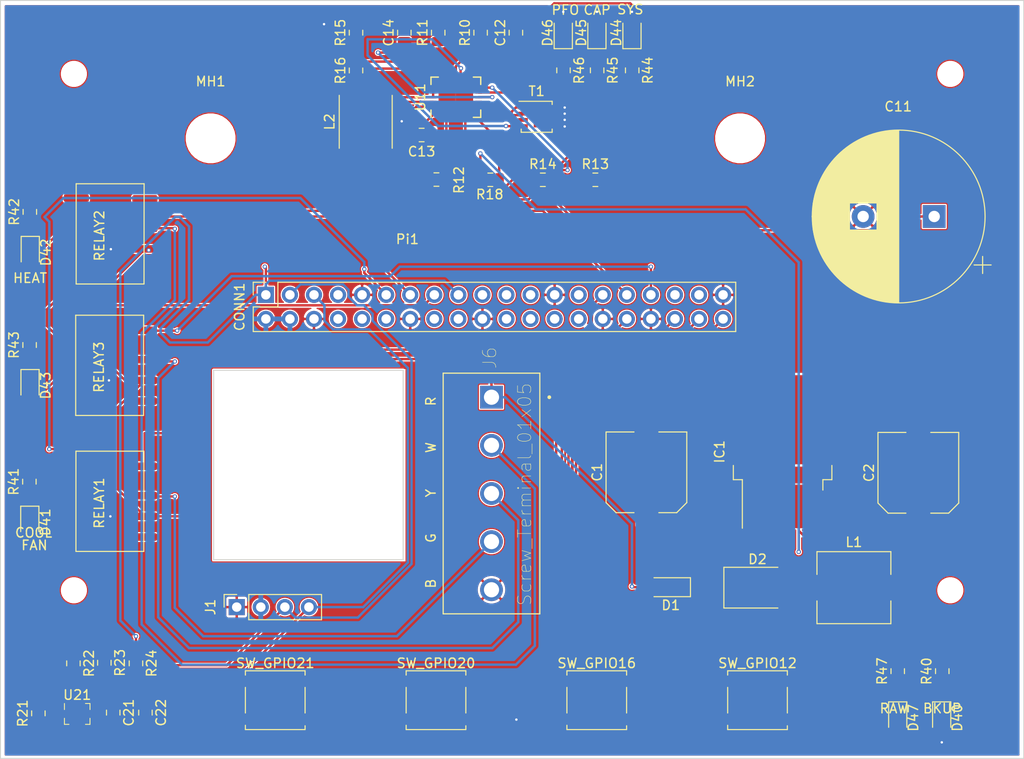
<source format=kicad_pcb>
(kicad_pcb (version 20171130) (host pcbnew "(5.1.5-0-10_14)")
  (title_block (date "15 nov 2012"))
  (layers (0 F.Cu signal hide) (31 B.Cu signal) (34 B.Paste user) (35 F.Paste user hide) (36 B.SilkS user) (37 F.SilkS user hide) (38 B.Mask user) (39 F.Mask user hide) (44 Edge.Cuts user))
  (net 0 "")
  (net 1 /GPIO5)
  (net 2 /GPIO6)
  (net 3 "/GPIO12(PWM0)")
  (net 4 /GPIO16)
  (net 5 "/GPIO20(SPI1_MOSI)")
  (net 6 "/GPIO21(SPI1_SCK)")
  (net 7 /PWR_3.3V)
  (net 8 /PWR_5V)
  (net 9 "/HVAC_PWR(RED)")
  (net 10 "/GPIO13(PWM1)")
  (net 11 "/GPIO2(SDA1)")
  (net 12 "/GPIO3(SCL1)")
  (net 13 "Net-(C1-Pad1)")
  (net 14 "/HVAC_FAN(GREEN)")
  (net 15 "/HVAC_COOL(YELLOW)")
  (net 16 "/HVAC_HEAT(WHITE)")
  (net 17 "Net-(D2-Pad1)")
  (net 18 GND)
  (net 19 /PWR_5V_RAW)
  (net 20 "Net-(C11-Pad1)")
  (net 21 "Net-(C14-Pad1)")
  (net 22 "/GPIO17(GEN0)")
  (net 23 "/GPIO27(GEN2)")
  (net 24 "/GPIO22(GEN3)")
  (net 25 "Net-(L2-Pad2)")
  (net 26 "Net-(R10-Pad2)")
  (net 27 "Net-(R12-Pad1)")
  (net 28 "Net-(R13-Pad1)")
  (net 29 "Net-(R15-Pad1)")
  (net 30 "Net-(R18-Pad1)")
  (net 31 "Net-(R21-Pad1)")
  (net 32 "Net-(R22-Pad2)")
  (net 33 "Net-(T1-Pad4)")
  (net 34 "Net-(D40-Pad1)")
  (net 35 /IND_FAN)
  (net 36 "Net-(D41-Pad1)")
  (net 37 /IND_HEAT)
  (net 38 "Net-(D42-Pad1)")
  (net 39 /IND_COOL)
  (net 40 "Net-(D43-Pad1)")
  (net 41 "Net-(D44-Pad1)")
  (net 42 "Net-(D45-Pad1)")
  (net 43 "Net-(D46-Pad1)")
  (net 44 "Net-(D47-Pad1)")
  (net 45 /SYSGD)
  (net 46 /CAPGD)
  (net 47 /PFO)
  (module project_footprints:ltc4041 (layer F.Cu) (at 193.9125 120.6125 90)
    (fp_text reference U11 (at 0 -3.75 90) (layer F.SilkS))
    (fp_text value LTC4041)
    (pad 25 smd rect (at -0.6625 -0.9125 90) (size 1.325 1.825) (layers F.Cu F.Paste F.Mask) (net 18 GND))
    (pad 25 smd rect (at -0.6625 0.9125 90) (size 1.325 1.825) (layers F.Cu F.Paste F.Mask) (net 18 GND))
    (pad 25 smd rect (at 0.6625 -0.9125 90) (size 1.325 1.825) (layers F.Cu F.Paste F.Mask) (net 18 GND))
    (pad 25 smd rect (at 0.6625 0.9125 90) (size 1.325 1.825) (layers F.Cu F.Paste F.Mask) (net 18 GND))
    (pad 24 smd rect (at -1 -2.4 180) (size 0.7 0.25) (layers F.Cu F.Paste F.Mask) (net 8 /PWR_5V))
    (pad 23 smd rect (at -0.5 -2.4 180) (size 0.7 0.25) (layers F.Cu F.Paste F.Mask) (net 20 "Net-(C11-Pad1)"))
    (pad 22 smd rect (at 0 -2.4 180) (size 0.7 0.25) (layers F.Cu F.Paste F.Mask) (net 25 "Net-(L2-Pad2)"))
    (pad 21 smd rect (at 0.5 -2.4 180) (size 0.7 0.25) (layers F.Cu F.Paste F.Mask) (net 25 "Net-(L2-Pad2)"))
    (pad 20 smd rect (at 1 -2.4 180) (size 0.7 0.25) (layers F.Cu F.Paste F.Mask) (net 18 GND))
    (pad 19 smd rect (at 1.9 -1.5 90) (size 0.7 0.25) (layers F.Cu F.Paste F.Mask) (net 26 "Net-(R10-Pad2)"))
    (pad 18 smd rect (at 1.9 -1 90) (size 0.7 0.25) (layers F.Cu F.Paste F.Mask) (net 29 "Net-(R15-Pad1)"))
    (pad 17 smd rect (at 1.9 -0.5 90) (size 0.7 0.25) (layers F.Cu F.Paste F.Mask) (net 21 "Net-(C14-Pad1)"))
    (pad 16 smd rect (at 1.9 0 90) (size 0.7 0.25) (layers F.Cu F.Paste F.Mask) (net 19 /PWR_5V_RAW))
    (pad 15 smd rect (at 1.9 0.5 90) (size 0.7 0.25) (layers F.Cu F.Paste F.Mask) (net 33 "Net-(T1-Pad4)"))
    (pad 14 smd rect (at 1.9 1 90) (size 0.7 0.25) (layers F.Cu F.Paste F.Mask) (net 47 /PFO))
    (pad 13 smd rect (at 1.9 1.5 90) (size 0.7 0.25) (layers F.Cu F.Paste F.Mask) (net 46 /CAPGD))
    (pad 12 smd rect (at 1 2.4 180) (size 0.7 0.25) (layers F.Cu F.Paste F.Mask) (net 28 "Net-(R13-Pad1)"))
    (pad 11 smd rect (at 0.5 2.4 180) (size 0.7 0.25) (layers F.Cu F.Paste F.Mask) (net 45 /SYSGD))
    (pad 10 smd rect (at 0 2.4 180) (size 0.7 0.25) (layers F.Cu F.Paste F.Mask) (net 29 "Net-(R15-Pad1)"))
    (pad 9 smd rect (at -0.5 2.4 180) (size 0.7 0.25) (layers F.Cu F.Paste F.Mask))
    (pad 8 smd rect (at -1 2.4 180) (size 0.7 0.25) (layers F.Cu F.Paste F.Mask))
    (pad 7 smd rect (at -1.9 1.5 90) (size 0.7 0.25) (layers F.Cu F.Paste F.Mask) (net 30 "Net-(R18-Pad1)"))
    (pad 6 smd rect (at -1.9 1 90) (size 0.7 0.25) (layers F.Cu F.Paste F.Mask) (net 19 /PWR_5V_RAW))
    (pad 5 smd rect (at -1.9 0.5 90) (size 0.7 0.25) (layers F.Cu F.Paste F.Mask) (net 18 GND))
    (pad 4 smd rect (at -1.9 0 90) (size 0.7 0.25) (layers F.Cu F.Paste F.Mask) (net 18 GND))
    (pad 3 smd rect (at -1.9 -0.5 90) (size 0.7 0.25) (layers F.Cu F.Paste F.Mask))
    (pad 2 smd rect (at -1.9 -1 90) (size 0.7 0.25) (layers F.Cu F.Paste F.Mask) (net 27 "Net-(R12-Pad1)"))
    (pad 1 smd rect (at -1.9 -1.5 90) (size 0.7 0.25) (layers F.Cu F.Paste F.Mask) (net 8 /PWR_5V))
  )
  (module Connector_PinSocket_2.54mm:PinSocket_1x04_P2.54mm_Vertical (layer F.Cu) (at 170.785 174.425 90)
    (fp_text reference J1 (at 0 -2.77 90) (layer F.SilkS))
    (fp_text value "Display i2c")
    (pad 4 thru_hole oval (at 0 7.62 90) (size 1.7 1.7) (drill 1) (layers *.Cu *.Mask) (net 12 "/GPIO3(SCL1)"))
    (pad 3 thru_hole oval (at 0 5.08 90) (size 1.7 1.7) (drill 1) (layers *.Cu *.Mask) (net 11 "/GPIO2(SDA1)"))
    (pad 2 thru_hole oval (at 0 2.54 90) (size 1.7 1.7) (drill 1) (layers *.Cu *.Mask) (net 8 /PWR_5V))
    (pad 1 thru_hole rect (at 0 0 90) (size 1.7 1.7) (drill 1) (layers *.Cu *.Mask) (net 18 GND))
  )
  (module Package_SO:Vishay_PowerPAK_1212-8_Single (layer F.Cu) (at 202.4425 122.675)
    (fp_text reference T1 (at 0 -2.7) (layer F.SilkS))
    (fp_text value SIR424DP)
    (pad 5 smd custom (at 0.5575 0) (size 1.725 2.235) (layers F.Cu F.Paste F.Mask) (net 8 /PWR_5V) (options (clearance outline) (anchor rect)) (primitives (gr_poly (pts (xy 0.8625 0.1275) (xy 0.8625 -0.1275) (xy 1.3725 -0.1275) (xy 1.3725 -0.5325) (xy 0.8625 -0.5325) (xy 0.8625 -0.7875) (xy 1.3725 -0.7875) (xy 1.3725 -1.195) (xy 0.6125 -1.195) (xy 0.6125 1.195) (xy 1.3725 1.195) (xy 1.3725 0.7875) (xy 0.8625 0.7875) (xy 0.8625 0.5325) (xy 1.3725 0.5325) (xy 1.3725 0.1275)) (width 0))))
    (pad 4 smd rect (at -1.435 0.99) (size 0.99 0.405) (layers F.Cu F.Paste F.Mask) (net 33 "Net-(T1-Pad4)"))
    (pad 3 smd rect (at -1.435 0.33) (size 0.99 0.405) (layers F.Cu F.Paste F.Mask) (net 30 "Net-(R18-Pad1)"))
    (pad 2 smd rect (at -1.435 -0.33) (size 0.99 0.405) (layers F.Cu F.Paste F.Mask) (net 30 "Net-(R18-Pad1)"))
    (pad 1 smd rect (at -1.435 -0.99) (size 0.99 0.405) (layers F.Cu F.Paste F.Mask) (net 30 "Net-(R18-Pad1)"))
  )
  (module project_footprints:CUI_TB004-508-05BE (layer F.Cu) (at 197.675 152.275 270)
    (fp_text reference J6 (at -4.15 0.2 90) (layer F.SilkS) (effects (font (size 1.4 1.4) (thickness 0.05))))
    (fp_text value Screw_Terminal_01x05 (at 10.25 -3.5 90) (layer F.SilkS) (effects (font (size 1.4 1.4) (thickness 0.05))))
    (pad 5 thru_hole circle (at 20.32 0 270) (size 2.4 2.4) (drill 1.6) (layers *.Cu *.Mask) (net 18 GND))
    (pad 4 thru_hole circle (at 15.24 0 270) (size 2.4 2.4) (drill 1.6) (layers *.Cu *.Mask) (net 14 "/HVAC_FAN(GREEN)"))
    (pad 3 thru_hole circle (at 10.16 0 270) (size 2.4 2.4) (drill 1.6) (layers *.Cu *.Mask) (net 15 "/HVAC_COOL(YELLOW)"))
    (pad 2 thru_hole circle (at 5.08 0 270) (size 2.4 2.4) (drill 1.6) (layers *.Cu *.Mask) (net 16 "/HVAC_HEAT(WHITE)"))
    (pad 1 thru_hole rect (at 0 0 270) (size 2.4 2.4) (drill 1.6) (layers *.Cu *.Mask) (net 9 "/HVAC_PWR(RED)"))
  )
  (module Resistor_SMD:R_0805_2012Metric (layer F.Cu) (at 240.55 181.1875 90)
    (fp_text reference R47 (at 0 -1.65 90) (layer F.SilkS))
    (fp_text value 1k)
    (pad 2 smd roundrect (at 0.9375 0 90) (size 0.975 1.4) (layers F.Cu F.Paste F.Mask) (net 18 GND))
    (pad 1 smd roundrect (at -0.9375 0 90) (size 0.975 1.4) (layers F.Cu F.Paste F.Mask) (net 44 "Net-(D47-Pad1)"))
  )
  (module Resistor_SMD:R_0805_2012Metric (layer F.Cu) (at 205.275 117.775 270)
    (fp_text reference R46 (at 0 -1.65 90) (layer F.SilkS))
    (fp_text value 1k)
    (pad 2 smd roundrect (at 0.9375 0 270) (size 0.975 1.4) (layers F.Cu F.Paste F.Mask) (net 47 /PFO))
    (pad 1 smd roundrect (at -0.9375 0 270) (size 0.975 1.4) (layers F.Cu F.Paste F.Mask) (net 43 "Net-(D46-Pad1)"))
  )
  (module Resistor_SMD:R_0805_2012Metric (layer F.Cu) (at 208.825 117.775 270)
    (fp_text reference R45 (at 0 -1.65 90) (layer F.SilkS))
    (fp_text value 1k)
    (pad 2 smd roundrect (at 0.9375 0 270) (size 0.975 1.4) (layers F.Cu F.Paste F.Mask) (net 46 /CAPGD))
    (pad 1 smd roundrect (at -0.9375 0 270) (size 0.975 1.4) (layers F.Cu F.Paste F.Mask) (net 42 "Net-(D45-Pad1)"))
  )
  (module Resistor_SMD:R_0805_2012Metric (layer F.Cu) (at 212.525 117.775 270)
    (fp_text reference R44 (at 0 -1.65 90) (layer F.SilkS))
    (fp_text value 1k)
    (pad 2 smd roundrect (at 0.9375 0 270) (size 0.975 1.4) (layers F.Cu F.Paste F.Mask) (net 45 /SYSGD))
    (pad 1 smd roundrect (at -0.9375 0 270) (size 0.975 1.4) (layers F.Cu F.Paste F.Mask) (net 41 "Net-(D44-Pad1)"))
  )
  (module Resistor_SMD:R_0805_2012Metric (layer F.Cu) (at 148.925 146.7625 90)
    (fp_text reference R43 (at 0 -1.65 90) (layer F.SilkS))
    (fp_text value 1k)
    (pad 1 smd roundrect (at -0.9375 0 90) (size 0.975 1.4) (layers F.Cu F.Paste F.Mask) (net 40 "Net-(D43-Pad1)"))
    (pad 2 smd roundrect (at 0.9375 0 90) (size 0.975 1.4) (layers F.Cu F.Paste F.Mask) (net 18 GND))
  )
  (module Resistor_SMD:R_0805_2012Metric (layer F.Cu) (at 148.95 132.7125 90)
    (fp_text reference R42 (at 0 -1.65 90) (layer F.SilkS))
    (fp_text value 1k)
    (pad 1 smd roundrect (at -0.9375 0 90) (size 0.975 1.4) (layers F.Cu F.Paste F.Mask) (net 38 "Net-(D42-Pad1)"))
    (pad 2 smd roundrect (at 0.9375 0 90) (size 0.975 1.4) (layers F.Cu F.Paste F.Mask) (net 18 GND))
  )
  (module Resistor_SMD:R_0805_2012Metric (layer F.Cu) (at 148.9 161.1875 90)
    (fp_text reference R41 (at 0 -1.65 90) (layer F.SilkS))
    (fp_text value 1k)
    (pad 1 smd roundrect (at -0.9375 0 90) (size 0.975 1.4) (layers F.Cu F.Paste F.Mask) (net 36 "Net-(D41-Pad1)"))
    (pad 2 smd roundrect (at 0.9375 0 90) (size 0.975 1.4) (layers F.Cu F.Paste F.Mask) (net 18 GND))
  )
  (module Resistor_SMD:R_0805_2012Metric (layer F.Cu) (at 245.25 181.1875 90)
    (fp_text reference R40 (at 0 -1.65 90) (layer F.SilkS))
    (fp_text value 1k)
    (pad 1 smd roundrect (at -0.9375 0 90) (size 0.975 1.4) (layers F.Cu F.Paste F.Mask) (net 34 "Net-(D40-Pad1)"))
    (pad 2 smd roundrect (at 0.9375 0 90) (size 0.975 1.4) (layers F.Cu F.Paste F.Mask) (net 18 GND))
  )
  (module LED_SMD:LED_0805_2012Metric (layer F.Cu) (at 240.55 186.1125 270)
    (fp_text reference D47 (at 0 -1.65 90) (layer F.SilkS))
    (fp_text value LED)
    (pad 2 smd roundrect (at 0.9375 0 270) (size 0.975 1.4) (layers F.Cu F.Paste F.Mask) (net 19 /PWR_5V_RAW))
    (pad 1 smd roundrect (at -0.9375 0 270) (size 0.975 1.4) (layers F.Cu F.Paste F.Mask) (net 44 "Net-(D47-Pad1)"))
  )
  (module LED_SMD:LED_0805_2012Metric (layer F.Cu) (at 205.25 113.8 90)
    (fp_text reference D46 (at 0 -1.65 90) (layer F.SilkS))
    (fp_text value LED)
    (pad 2 smd roundrect (at 0.9375 0 90) (size 0.975 1.4) (layers F.Cu F.Paste F.Mask) (net 8 /PWR_5V))
    (pad 1 smd roundrect (at -0.9375 0 90) (size 0.975 1.4) (layers F.Cu F.Paste F.Mask) (net 43 "Net-(D46-Pad1)"))
  )
  (module LED_SMD:LED_0805_2012Metric (layer F.Cu) (at 208.8 113.8 90)
    (fp_text reference D45 (at 0 -1.65 90) (layer F.SilkS))
    (fp_text value LED)
    (pad 2 smd roundrect (at 0.9375 0 90) (size 0.975 1.4) (layers F.Cu F.Paste F.Mask) (net 8 /PWR_5V))
    (pad 1 smd roundrect (at -0.9375 0 90) (size 0.975 1.4) (layers F.Cu F.Paste F.Mask) (net 42 "Net-(D45-Pad1)"))
  )
  (module LED_SMD:LED_0805_2012Metric (layer F.Cu) (at 212.5 113.8 90)
    (fp_text reference D44 (at 0 -1.65 90) (layer F.SilkS))
    (fp_text value LED)
    (pad 2 smd roundrect (at 0.9375 0 90) (size 0.975 1.4) (layers F.Cu F.Paste F.Mask) (net 8 /PWR_5V))
    (pad 1 smd roundrect (at -0.9375 0 90) (size 0.975 1.4) (layers F.Cu F.Paste F.Mask) (net 41 "Net-(D44-Pad1)"))
  )
  (module LED_SMD:LED_0805_2012Metric (layer F.Cu) (at 148.97 151.0375 270)
    (fp_text reference D43 (at 0 -1.65 90) (layer F.SilkS))
    (fp_text value LED)
    (pad 1 smd roundrect (at -0.9375 0 270) (size 0.975 1.4) (layers F.Cu F.Paste F.Mask) (net 40 "Net-(D43-Pad1)"))
    (pad 2 smd roundrect (at 0.9375 0 270) (size 0.975 1.4) (layers F.Cu F.Paste F.Mask) (net 39 /IND_COOL))
  )
  (module LED_SMD:LED_0805_2012Metric (layer F.Cu) (at 148.995 136.9875 270)
    (fp_text reference D42 (at 0 -1.65 90) (layer F.SilkS))
    (fp_text value LED)
    (pad 1 smd roundrect (at -0.9375 0 270) (size 0.975 1.4) (layers F.Cu F.Paste F.Mask) (net 38 "Net-(D42-Pad1)"))
    (pad 2 smd roundrect (at 0.9375 0 270) (size 0.975 1.4) (layers F.Cu F.Paste F.Mask) (net 37 /IND_HEAT))
  )
  (module LED_SMD:LED_0805_2012Metric (layer F.Cu) (at 148.945 165.4625 270)
    (fp_text reference D41 (at 0 -1.65 90) (layer F.SilkS))
    (fp_text value LED)
    (pad 2 smd roundrect (at 0.9375 0 270) (size 0.975 1.4) (layers F.Cu F.Paste F.Mask) (net 35 /IND_FAN))
    (pad 1 smd roundrect (at -0.9375 0 270) (size 0.975 1.4) (layers F.Cu F.Paste F.Mask) (net 36 "Net-(D41-Pad1)"))
  )
  (module LED_SMD:LED_0805_2012Metric (layer F.Cu) (at 245.1875 186.1125 270)
    (fp_text reference D40 (at 0 -1.65 90) (layer F.SilkS))
    (fp_text value LED)
    (pad 1 smd roundrect (at -0.9375 0 270) (size 0.975 1.4) (layers F.Cu F.Paste F.Mask) (net 34 "Net-(D40-Pad1)"))
    (pad 2 smd roundrect (at 0.9375 0 270) (size 0.975 1.4) (layers F.Cu F.Paste F.Mask) (net 8 /PWR_5V))
  )
  (module Button_Switch_SMD:SW_SPST_EVPBF (layer F.Cu) (at 174.85 184.25)
    (fp_text reference SW_GPIO21 (at 0 -3.9) (layer F.SilkS))
    (fp_text value GPIO21)
    (pad 2 smd rect (at 2.88 2) (size 2.75 1) (layers F.Cu F.Paste F.Mask) (net 8 /PWR_5V))
    (pad 2 smd rect (at -2.88 2) (size 2.75 1) (layers F.Cu F.Paste F.Mask) (net 8 /PWR_5V))
    (pad 1 smd rect (at -2.88 -2) (size 2.75 1) (layers F.Cu F.Paste F.Mask) (net 6 "/GPIO21(SPI1_SCK)"))
    (pad 1 smd rect (at 2.88 -2) (size 2.75 1) (layers F.Cu F.Paste F.Mask) (net 6 "/GPIO21(SPI1_SCK)"))
  )
  (module Button_Switch_SMD:SW_SPST_EVPBF (layer F.Cu) (at 191.816666 184.25)
    (fp_text reference SW_GPIO20 (at 0 -3.9) (layer F.SilkS))
    (fp_text value GPIO20)
    (pad 2 smd rect (at 2.88 2) (size 2.75 1) (layers F.Cu F.Paste F.Mask) (net 8 /PWR_5V))
    (pad 2 smd rect (at -2.88 2) (size 2.75 1) (layers F.Cu F.Paste F.Mask) (net 8 /PWR_5V))
    (pad 1 smd rect (at -2.88 -2) (size 2.75 1) (layers F.Cu F.Paste F.Mask) (net 5 "/GPIO20(SPI1_MOSI)"))
    (pad 1 smd rect (at 2.88 -2) (size 2.75 1) (layers F.Cu F.Paste F.Mask) (net 5 "/GPIO20(SPI1_MOSI)"))
  )
  (module Button_Switch_SMD:SW_SPST_EVPBF (layer F.Cu) (at 208.783332 184.25)
    (fp_text reference SW_GPIO16 (at 0 -3.9) (layer F.SilkS))
    (fp_text value GPIO16)
    (pad 2 smd rect (at 2.88 2) (size 2.75 1) (layers F.Cu F.Paste F.Mask) (net 8 /PWR_5V))
    (pad 2 smd rect (at -2.88 2) (size 2.75 1) (layers F.Cu F.Paste F.Mask) (net 8 /PWR_5V))
    (pad 1 smd rect (at -2.88 -2) (size 2.75 1) (layers F.Cu F.Paste F.Mask) (net 4 /GPIO16))
    (pad 1 smd rect (at 2.88 -2) (size 2.75 1) (layers F.Cu F.Paste F.Mask) (net 4 /GPIO16))
  )
  (module Button_Switch_SMD:SW_SPST_EVPBF (layer F.Cu) (at 225.75 184.25)
    (fp_text reference SW_GPIO12 (at 0 -3.9) (layer F.SilkS))
    (fp_text value GPIO12)
    (pad 2 smd rect (at 2.88 2) (size 2.75 1) (layers F.Cu F.Paste F.Mask) (net 8 /PWR_5V))
    (pad 2 smd rect (at -2.88 2) (size 2.75 1) (layers F.Cu F.Paste F.Mask) (net 8 /PWR_5V))
    (pad 1 smd rect (at -2.88 -2) (size 2.75 1) (layers F.Cu F.Paste F.Mask) (net 3 "/GPIO12(PWM0)"))
    (pad 1 smd rect (at 2.88 -2) (size 2.75 1) (layers F.Cu F.Paste F.Mask) (net 3 "/GPIO12(PWM0)"))
  )
  (module MountingHole:MountingHole_2.5mm (layer F.Cu) (at 246.1 118.15 180)
    (fp_text reference MK4 hide)
    (fp_text value Mounting_Hole-Mechanical hide)
    (pad 1 np_thru_hole circle (at 0 0 180) (size 2.5 2.5) (drill 2.5) (layers *.Cu *.Mask))
  )
  (module MountingHole:MountingHole_2.5mm (layer F.Cu) (at 153.6 118.15 180)
    (fp_text reference MK3 hide)
    (fp_text value Mounting_Hole-Mechanical hide)
    (pad 1 np_thru_hole circle (at 0 0 180) (size 2.5 2.5) (drill 2.5) (layers *.Cu *.Mask))
  )
  (module MountingHole:MountingHole_2.5mm (layer F.Cu) (at 246.1 172.65)
    (fp_text reference MK2 hide)
    (fp_text value Mounting_Hole-Mechanical hide)
    (pad 1 np_thru_hole circle (at 0 0) (size 2.5 2.5) (drill 2.5) (layers *.Cu *.Mask))
  )
  (module MountingHole:MountingHole_2.5mm (layer F.Cu) (at 153.6 172.65)
    (fp_text reference MK1 hide)
    (fp_text value Mounting_Hole-Mechanical hide)
    (pad 1 np_thru_hole circle (at 0 0) (size 2.5 2.5) (drill 2.5) (layers *.Cu *.Mask))
  )
  (module MountingHole:MountingHole_5mm (layer F.Cu) (at 223.91 124.95)
    (fp_text reference MH2 (at 0 -6) (layer F.SilkS))
    (fp_text value Mounting_Hole-Wall)
    (pad 1 np_thru_hole circle (at 0 0) (size 5 5) (drill 5) (layers *.Cu *.Mask))
  )
  (module MountingHole:MountingHole_5mm (layer F.Cu) (at 168.03 124.95)
    (fp_text reference MH1 (at 0 -6) (layer F.SilkS))
    (fp_text value Mounting_Hole-Wall)
    (pad 1 np_thru_hole circle (at 0 0) (size 5 5) (drill 5) (layers *.Cu *.Mask))
  )
  (module Inductor_SMD:L_Wuerth_WE-PD-Typ-M-Typ-S (layer F.Cu) (at 235.925 172.375)
    (fp_text reference L1 (at 0 -4.8) (layer F.SilkS))
    (fp_text value 150uH)
    (pad 1 smd rect (at -3.2 0) (size 1.6 2.2) (layers F.Cu F.Paste F.Mask) (net 17 "Net-(D2-Pad1)"))
    (pad 2 smd rect (at 3.2 0) (size 1.6 2.2) (layers F.Cu F.Paste F.Mask) (net 19 /PWR_5V_RAW))
  )
  (module Diode_SMD:D_SMB (layer F.Cu) (at 225.75 172.375)
    (fp_text reference D2 (at 0 -3) (layer F.SilkS))
    (fp_text value SS24)
    (pad 2 smd rect (at 2.15 0) (size 2.5 2.3) (layers F.Cu F.Paste F.Mask) (net 18 GND))
    (pad 1 smd rect (at -2.15 0) (size 2.5 2.3) (layers F.Cu F.Paste F.Mask) (net 17 "Net-(D2-Pad1)"))
  )
  (module Diode_SMD:D_SOD-123F (layer F.Cu) (at 216.475 172.325 180)
    (fp_text reference D1 (at -0.127 -1.905) (layer F.SilkS))
    (fp_text value S1A)
    (pad 2 smd rect (at 1.4 0 180) (size 1.1 1.1) (layers F.Cu F.Paste F.Mask) (net 9 "/HVAC_PWR(RED)"))
    (pad 1 smd rect (at -1.4 0 180) (size 1.1 1.1) (layers F.Cu F.Paste F.Mask) (net 13 "Net-(C1-Pad1)"))
  )
  (module Connector_PinSocket_2.54mm:PinSocket_2x20_P2.54mm_Vertical (layer F.Cu) (at 173.86 141.47 90)
    (fp_text reference CONN1 (at -1.27 -2.77 90) (layer F.SilkS))
    (fp_text value Conn_02x20_Odd_Even)
    (pad 1 thru_hole rect (at 0 0 90) (size 1.7 1.7) (drill 1) (layers *.Cu *.Mask) (net 7 /PWR_3.3V))
    (pad 2 thru_hole oval (at -2.54 0 90) (size 1.7 1.7) (drill 1) (layers *.Cu *.Mask) (net 8 /PWR_5V))
    (pad 3 thru_hole oval (at 0 2.54 90) (size 1.7 1.7) (drill 1) (layers *.Cu *.Mask) (net 11 "/GPIO2(SDA1)"))
    (pad 4 thru_hole oval (at -2.54 2.54 90) (size 1.7 1.7) (drill 1) (layers *.Cu *.Mask) (net 8 /PWR_5V))
    (pad 5 thru_hole oval (at 0 5.08 90) (size 1.7 1.7) (drill 1) (layers *.Cu *.Mask) (net 12 "/GPIO3(SCL1)"))
    (pad 6 thru_hole oval (at -2.54 5.08 90) (size 1.7 1.7) (drill 1) (layers *.Cu *.Mask) (net 18 GND))
    (pad 7 thru_hole oval (at 0 7.62 90) (size 1.7 1.7) (drill 1) (layers *.Cu *.Mask))
    (pad 8 thru_hole oval (at -2.54 7.62 90) (size 1.7 1.7) (drill 1) (layers *.Cu *.Mask))
    (pad 9 thru_hole oval (at 0 10.16 90) (size 1.7 1.7) (drill 1) (layers *.Cu *.Mask) (net 18 GND))
    (pad 10 thru_hole oval (at -2.54 10.16 90) (size 1.7 1.7) (drill 1) (layers *.Cu *.Mask))
    (pad 11 thru_hole oval (at 0 12.7 90) (size 1.7 1.7) (drill 1) (layers *.Cu *.Mask) (net 22 "/GPIO17(GEN0)"))
    (pad 12 thru_hole oval (at -2.54 12.7 90) (size 1.7 1.7) (drill 1) (layers *.Cu *.Mask))
    (pad 13 thru_hole oval (at 0 15.24 90) (size 1.7 1.7) (drill 1) (layers *.Cu *.Mask) (net 23 "/GPIO27(GEN2)"))
    (pad 14 thru_hole oval (at -2.54 15.24 90) (size 1.7 1.7) (drill 1) (layers *.Cu *.Mask) (net 18 GND))
    (pad 15 thru_hole oval (at 0 17.78 90) (size 1.7 1.7) (drill 1) (layers *.Cu *.Mask) (net 24 "/GPIO22(GEN3)"))
    (pad 16 thru_hole oval (at -2.54 17.78 90) (size 1.7 1.7) (drill 1) (layers *.Cu *.Mask))
    (pad 17 thru_hole oval (at 0 20.32 90) (size 1.7 1.7) (drill 1) (layers *.Cu *.Mask) (net 7 /PWR_3.3V))
    (pad 18 thru_hole oval (at -2.54 20.32 90) (size 1.7 1.7) (drill 1) (layers *.Cu *.Mask))
    (pad 19 thru_hole oval (at 0 22.86 90) (size 1.7 1.7) (drill 1) (layers *.Cu *.Mask))
    (pad 20 thru_hole oval (at -2.54 22.86 90) (size 1.7 1.7) (drill 1) (layers *.Cu *.Mask) (net 18 GND))
    (pad 21 thru_hole oval (at 0 25.4 90) (size 1.7 1.7) (drill 1) (layers *.Cu *.Mask))
    (pad 22 thru_hole oval (at -2.54 25.4 90) (size 1.7 1.7) (drill 1) (layers *.Cu *.Mask))
    (pad 23 thru_hole oval (at 0 27.94 90) (size 1.7 1.7) (drill 1) (layers *.Cu *.Mask))
    (pad 24 thru_hole oval (at -2.54 27.94 90) (size 1.7 1.7) (drill 1) (layers *.Cu *.Mask))
    (pad 25 thru_hole oval (at 0 30.48 90) (size 1.7 1.7) (drill 1) (layers *.Cu *.Mask) (net 18 GND))
    (pad 26 thru_hole oval (at -2.54 30.48 90) (size 1.7 1.7) (drill 1) (layers *.Cu *.Mask))
    (pad 27 thru_hole oval (at 0 33.02 90) (size 1.7 1.7) (drill 1) (layers *.Cu *.Mask))
    (pad 28 thru_hole oval (at -2.54 33.02 90) (size 1.7 1.7) (drill 1) (layers *.Cu *.Mask))
    (pad 29 thru_hole oval (at 0 35.56 90) (size 1.7 1.7) (drill 1) (layers *.Cu *.Mask) (net 1 /GPIO5))
    (pad 30 thru_hole oval (at -2.54 35.56 90) (size 1.7 1.7) (drill 1) (layers *.Cu *.Mask) (net 18 GND))
    (pad 31 thru_hole oval (at 0 38.1 90) (size 1.7 1.7) (drill 1) (layers *.Cu *.Mask) (net 2 /GPIO6))
    (pad 32 thru_hole oval (at -2.54 38.1 90) (size 1.7 1.7) (drill 1) (layers *.Cu *.Mask) (net 3 "/GPIO12(PWM0)"))
    (pad 33 thru_hole oval (at 0 40.64 90) (size 1.7 1.7) (drill 1) (layers *.Cu *.Mask) (net 10 "/GPIO13(PWM1)"))
    (pad 34 thru_hole oval (at -2.54 40.64 90) (size 1.7 1.7) (drill 1) (layers *.Cu *.Mask) (net 18 GND))
    (pad 35 thru_hole oval (at 0 43.18 90) (size 1.7 1.7) (drill 1) (layers *.Cu *.Mask))
    (pad 36 thru_hole oval (at -2.54 43.18 90) (size 1.7 1.7) (drill 1) (layers *.Cu *.Mask) (net 4 /GPIO16))
    (pad 37 thru_hole oval (at 0 45.72 90) (size 1.7 1.7) (drill 1) (layers *.Cu *.Mask))
    (pad 38 thru_hole oval (at -2.54 45.72 90) (size 1.7 1.7) (drill 1) (layers *.Cu *.Mask) (net 5 "/GPIO20(SPI1_MOSI)"))
    (pad 39 thru_hole oval (at 0 48.26 90) (size 1.7 1.7) (drill 1) (layers *.Cu *.Mask) (net 18 GND))
    (pad 40 thru_hole oval (at -2.54 48.26 90) (size 1.7 1.7) (drill 1) (layers *.Cu *.Mask) (net 6 "/GPIO21(SPI1_SCK)"))
  )
  (module Capacitor_THT:CP_Radial_D18.0mm_P7.50mm (layer F.Cu) (at 244.4 133.2 180)
    (fp_text reference C11 (at 3.8 11.6) (layer F.SilkS))
    (fp_text value 25F)
    (pad 1 thru_hole rect (at 0 0 180) (size 2.4 2.4) (drill 1.2) (layers *.Cu *.Mask) (net 20 "Net-(C11-Pad1)"))
    (pad 2 thru_hole circle (at 7.5 0 180) (size 2.4 2.4) (drill 1.2) (layers *.Cu *.Mask) (net 18 GND))
  )
  (module Capacitor_SMD:C_Elec_8x10.2 (layer F.Cu) (at 242.725 160.25 90)
    (fp_text reference C2 (at 0 -5.2 90) (layer F.SilkS))
    (fp_text value 100uF/50V)
    (pad 2 smd roundrect (at 3.6 0 90) (size 4.5 2.1) (layers F.Cu F.Paste F.Mask) (roundrect_rratio 0.119048) (net 18 GND))
    (pad 1 smd roundrect (at -3.6 0 90) (size 4.5 2.1) (layers F.Cu F.Paste F.Mask) (roundrect_rratio 0.119048) (net 19 /PWR_5V_RAW))
  )
  (module Capacitor_SMD:C_Elec_8x10.2 (layer F.Cu) (at 214.025 160.2 90)
    (fp_text reference C1 (at 0 -5.2 90) (layer F.SilkS))
    (fp_text value 100uF/50V)
    (pad 2 smd roundrect (at 3.6 0 90) (size 4.5 2.1) (layers F.Cu F.Paste F.Mask) (roundrect_rratio 0.119048) (net 18 GND))
    (pad 1 smd roundrect (at -3.6 0 90) (size 4.5 2.1) (layers F.Cu F.Paste F.Mask) (roundrect_rratio 0.119048) (net 13 "Net-(C1-Pad1)"))
  )
  (module Package_LGA:Bosch_LGA-8_2x2.5mm_P0.65mm_ClockwisePinNumbering (layer F.Cu) (at 153.95 185.7)
    (fp_text reference U21 (at 0 -2) (layer F.SilkS))
    (fp_text value BMP280)
    (pad 8 smd rect (at -0.975 0.8 90) (size 0.5 0.35) (layers F.Cu F.Paste F.Mask) (net 7 /PWR_3.3V))
    (pad 2 smd rect (at -0.325 -0.8 90) (size 0.5 0.35) (layers F.Cu F.Paste F.Mask) (net 32 "Net-(R22-Pad2)"))
    (pad 3 smd rect (at 0.325 -0.8 90) (size 0.5 0.35) (layers F.Cu F.Paste F.Mask) (net 11 "/GPIO2(SDA1)"))
    (pad 4 smd rect (at 0.975 -0.8 90) (size 0.5 0.35) (layers F.Cu F.Paste F.Mask) (net 12 "/GPIO3(SCL1)"))
    (pad 7 smd rect (at -0.325 0.8 90) (size 0.5 0.35) (layers F.Cu F.Paste F.Mask) (net 18 GND))
    (pad 6 smd rect (at 0.325 0.8 90) (size 0.5 0.35) (layers F.Cu F.Paste F.Mask) (net 7 /PWR_3.3V))
    (pad 5 smd rect (at 0.975 0.8 90) (size 0.5 0.35) (layers F.Cu F.Paste F.Mask) (net 31 "Net-(R21-Pad1)"))
    (pad 1 smd rect (at -0.975 -0.8 90) (size 0.5 0.35) (layers F.Cu F.Paste F.Mask) (net 18 GND))
  )
  (module Resistor_SMD:R_0805_2012Metric (layer F.Cu) (at 160.15 180.3625 270)
    (fp_text reference R24 (at 0 -1.65 90) (layer F.SilkS))
    (fp_text value 10k)
    (pad 2 smd roundrect (at 0.9375 0 270) (size 0.975 1.4) (layers F.Cu F.Paste F.Mask) (net 12 "/GPIO3(SCL1)"))
    (pad 1 smd roundrect (at -0.9375 0 270) (size 0.975 1.4) (layers F.Cu F.Paste F.Mask) (net 7 /PWR_3.3V))
  )
  (module Resistor_SMD:R_0805_2012Metric (layer F.Cu) (at 156.8125 180.3 270)
    (fp_text reference R23 (at 0 -1.65 90) (layer F.SilkS))
    (fp_text value 10k)
    (pad 2 smd roundrect (at 0.9375 0 270) (size 0.975 1.4) (layers F.Cu F.Paste F.Mask) (net 11 "/GPIO2(SDA1)"))
    (pad 1 smd roundrect (at -0.9375 0 270) (size 0.975 1.4) (layers F.Cu F.Paste F.Mask) (net 7 /PWR_3.3V))
  )
  (module Resistor_SMD:R_0805_2012Metric (layer F.Cu) (at 153.55 180.3625 270)
    (fp_text reference R22 (at 0 -1.65 90) (layer F.SilkS))
    (fp_text value 10k)
    (pad 2 smd roundrect (at 0.9375 0 270) (size 0.975 1.4) (layers F.Cu F.Paste F.Mask) (net 32 "Net-(R22-Pad2)"))
    (pad 1 smd roundrect (at -0.9375 0 270) (size 0.975 1.4) (layers F.Cu F.Paste F.Mask) (net 7 /PWR_3.3V))
  )
  (module Resistor_SMD:R_0805_2012Metric (layer F.Cu) (at 149.85 185.6375 90)
    (fp_text reference R21 (at 0 -1.65 90) (layer F.SilkS))
    (fp_text value 10k)
    (pad 2 smd roundrect (at 0.9375 0 90) (size 0.975 1.4) (layers F.Cu F.Paste F.Mask) (net 18 GND))
    (pad 1 smd roundrect (at -0.9375 0 90) (size 0.975 1.4) (layers F.Cu F.Paste F.Mask) (net 31 "Net-(R21-Pad1)"))
  )
  (module Resistor_SMD:R_0805_2012Metric (layer F.Cu) (at 197.55 129.325 180)
    (fp_text reference R18 (at 0.0625 -1.55 180) (layer F.SilkS))
    (fp_text value 12m)
    (pad 1 smd roundrect (at -0.9375 0 180) (size 0.975 1.4) (layers F.Cu F.Paste F.Mask) (net 30 "Net-(R18-Pad1)"))
    (pad 2 smd roundrect (at 0.9375 0 180) (size 0.975 1.4) (layers F.Cu F.Paste F.Mask) (net 19 /PWR_5V_RAW))
  )
  (module Resistor_SMD:R_0805_2012Metric (layer F.Cu) (at 183.375 117.7875 90)
    (fp_text reference R16 (at 0 -1.65 90) (layer F.SilkS))
    (fp_text value 200k)
    (pad 1 smd roundrect (at -0.9375 0 90) (size 0.975 1.4) (layers F.Cu F.Paste F.Mask) (net 18 GND))
    (pad 2 smd roundrect (at 0.9375 0 90) (size 0.975 1.4) (layers F.Cu F.Paste F.Mask) (net 29 "Net-(R15-Pad1)"))
  )
  (module Resistor_SMD:R_0805_2012Metric (layer F.Cu) (at 183.375 113.8 90)
    (fp_text reference R15 (at 0 -1.65 90) (layer F.SilkS))
    (fp_text value 1050k)
    (pad 1 smd roundrect (at -0.9375 0 90) (size 0.975 1.4) (layers F.Cu F.Paste F.Mask) (net 29 "Net-(R15-Pad1)"))
    (pad 2 smd roundrect (at 0.9375 0 90) (size 0.975 1.4) (layers F.Cu F.Paste F.Mask) (net 8 /PWR_5V))
  )
  (module Resistor_SMD:R_0805_2012Metric (layer F.Cu) (at 203.09375 129.325)
    (fp_text reference R14 (at 0 -1.65) (layer F.SilkS))
    (fp_text value 698k)
    (pad 2 smd roundrect (at 0.9375 0) (size 0.975 1.4) (layers F.Cu F.Paste F.Mask) (net 28 "Net-(R13-Pad1)"))
    (pad 1 smd roundrect (at -0.9375 0) (size 0.975 1.4) (layers F.Cu F.Paste F.Mask) (net 20 "Net-(C11-Pad1)"))
  )
  (module Resistor_SMD:R_0805_2012Metric (layer F.Cu) (at 208.6375 129.325)
    (fp_text reference R13 (at 0 -1.65) (layer F.SilkS))
    (fp_text value 294k)
    (pad 2 smd roundrect (at 0.9375 0) (size 0.975 1.4) (layers F.Cu F.Paste F.Mask) (net 18 GND))
    (pad 1 smd roundrect (at -0.9375 0) (size 0.975 1.4) (layers F.Cu F.Paste F.Mask) (net 28 "Net-(R13-Pad1)"))
  )
  (module Resistor_SMD:R_0805_2012Metric (layer F.Cu) (at 191.8625 129.3)
    (fp_text reference R12 (at 2.3875 0.05 270) (layer F.SilkS))
    (fp_text value 1k)
    (pad 1 smd roundrect (at -0.9375 0) (size 0.975 1.4) (layers F.Cu F.Paste F.Mask) (net 27 "Net-(R12-Pad1)"))
    (pad 2 smd roundrect (at 0.9375 0) (size 0.975 1.4) (layers F.Cu F.Paste F.Mask) (net 18 GND))
  )
  (module Resistor_SMD:R_0805_2012Metric (layer F.Cu) (at 192.05 113.8 90)
    (fp_text reference R11 (at 0 -1.65 90) (layer F.SilkS))
    (fp_text value 38.3k)
    (pad 1 smd roundrect (at -0.9375 0 90) (size 0.975 1.4) (layers F.Cu F.Paste F.Mask) (net 26 "Net-(R10-Pad2)"))
    (pad 2 smd roundrect (at 0.9375 0 90) (size 0.975 1.4) (layers F.Cu F.Paste F.Mask) (net 18 GND))
  )
  (module Resistor_SMD:R_0805_2012Metric (layer F.Cu) (at 196.525 113.8 90)
    (fp_text reference R10 (at 0 -1.65 90) (layer F.SilkS))
    (fp_text value 113k)
    (pad 2 smd roundrect (at 0.9375 0 90) (size 0.975 1.4) (layers F.Cu F.Paste F.Mask) (net 26 "Net-(R10-Pad2)"))
    (pad 1 smd roundrect (at -0.9375 0 90) (size 0.975 1.4) (layers F.Cu F.Paste F.Mask) (net 19 /PWR_5V_RAW))
  )
  (module Inductor_SMD:L_Coilcraft_XAL5030 (layer F.Cu) (at 184.4 123.205 90)
    (fp_text reference L2 (at 0 -3.81 90) (layer F.SilkS))
    (fp_text value 2.2uH)
    (pad 1 smd rect (at -1.655 0 90) (size 1.2 4.7) (layers F.Cu F.Paste F.Mask) (net 20 "Net-(C11-Pad1)"))
    (pad 2 smd rect (at 1.655 0 90) (size 1.2 4.7) (layers F.Cu F.Paste F.Mask) (net 25 "Net-(L2-Pad2)"))
  )
  (module Package_TO_SOT_SMD:TO-263-5_TabPin3 (layer F.Cu) (at 228.4 158.025 90)
    (fp_text reference IC1 (at 0 -6.65 90) (layer F.SilkS))
    (fp_text value LM2596S-5)
    (pad 3 smd rect (at 3.375 0 90) (size 9.4 10.8) (layers F.Cu F.Mask) (net 18 GND))
    (pad 5 smd rect (at -5.775 3.4 90) (size 4.6 1.1) (layers F.Cu F.Paste F.Mask) (net 18 GND))
    (pad 4 smd rect (at -5.775 1.7 90) (size 4.6 1.1) (layers F.Cu F.Paste F.Mask) (net 19 /PWR_5V_RAW))
    (pad 3 smd rect (at -5.775 0 90) (size 4.6 1.1) (layers F.Cu F.Paste F.Mask) (net 18 GND))
    (pad 2 smd rect (at -5.775 -1.7 90) (size 4.6 1.1) (layers F.Cu F.Paste F.Mask) (net 17 "Net-(D2-Pad1)"))
    (pad 1 smd rect (at -5.775 -3.4 90) (size 4.6 1.1) (layers F.Cu F.Paste F.Mask) (net 13 "Net-(C1-Pad1)"))
  )
  (module Capacitor_SMD:C_0805_2012Metric (layer F.Cu) (at 161.15 185.5625 270)
    (fp_text reference C22 (at 0 -1.65 90) (layer F.SilkS))
    (fp_text value 100nF)
    (pad 1 smd roundrect (at -0.9375 0 270) (size 0.975 1.4) (layers F.Cu F.Paste F.Mask) (net 7 /PWR_3.3V))
    (pad 2 smd roundrect (at 0.9375 0 270) (size 0.975 1.4) (layers F.Cu F.Paste F.Mask) (net 18 GND))
  )
  (module Capacitor_SMD:C_0805_2012Metric (layer F.Cu) (at 157.75 185.5625 270)
    (fp_text reference C21 (at 0 -1.65 90) (layer F.SilkS))
    (fp_text value 1uF)
    (pad 1 smd roundrect (at -0.9375 0 270) (size 0.975 1.4) (layers F.Cu F.Paste F.Mask) (net 7 /PWR_3.3V))
    (pad 2 smd roundrect (at 0.9375 0 270) (size 0.975 1.4) (layers F.Cu F.Paste F.Mask) (net 18 GND))
  )
  (module Capacitor_SMD:C_0805_2012Metric (layer F.Cu) (at 188.475 113.8 90)
    (fp_text reference C14 (at 0 -1.65 90) (layer F.SilkS))
    (fp_text value 1nF)
    (pad 1 smd roundrect (at -0.9375 0 90) (size 0.975 1.4) (layers F.Cu F.Paste F.Mask) (net 21 "Net-(C14-Pad1)"))
    (pad 2 smd roundrect (at 0.9375 0 90) (size 0.975 1.4) (layers F.Cu F.Paste F.Mask) (net 18 GND))
  )
  (module Capacitor_SMD:C_0805_2012Metric (layer F.Cu) (at 190.3 124.6)
    (fp_text reference C13 (at 0 1.75) (layer F.SilkS))
    (fp_text value 100uF)
    (pad 2 smd roundrect (at 0.9375 0) (size 0.975 1.4) (layers F.Cu F.Paste F.Mask) (net 18 GND))
    (pad 1 smd roundrect (at -0.9375 0) (size 0.975 1.4) (layers F.Cu F.Paste F.Mask) (net 8 /PWR_5V))
  )
  (module Capacitor_SMD:C_0805_2012Metric (layer F.Cu) (at 200.25 113.8 90)
    (fp_text reference C12 (at 0 -1.65 90) (layer F.SilkS))
    (fp_text value 2.2uF)
    (pad 2 smd roundrect (at 0.9375 0 90) (size 0.975 1.4) (layers F.Cu F.Paste F.Mask) (net 18 GND))
    (pad 1 smd roundrect (at -0.9375 0 90) (size 0.975 1.4) (layers F.Cu F.Paste F.Mask) (net 19 /PWR_5V_RAW))
  )
  (module project_footprints:RasperryPi_Zero (layer F.Cu) (at 197.86 131.42)
    (fp_text reference Pi1 (at -9.06 4.18) (layer F.SilkS))
    (fp_text value PiZero)
  )
  (module project_footprints:LlamaHead (layer F.Cu) (at 123.1 85.75)
    (fp_text reference Gr1 hide)
    (fp_text value Logo hide)
  )
  (module project_footprints:AGQ210A03 (layer F.Cu) (at 156.75 149.1 270)
    (fp_text reference RELAY3 (at 0 0.5 90) (layer F.SilkS))
    (fp_text value RELAY_COOL)
    (pad 8 smd roundrect (at -3.8862 -4.2926 270) (size 0.8 2.66) (layers F.Cu F.Paste F.Mask) (net 10 "/GPIO13(PWM1)"))
    (pad 7 smd roundrect (at -0.7874 -4.2926 270) (size 0.8 2.66) (layers F.Cu F.Paste F.Mask) (net 15 "/HVAC_COOL(YELLOW)"))
    (pad 6 smd roundrect (at 1.397 -4.318 270) (size 0.8 2.66) (layers F.Cu F.Paste F.Mask) (net 9 "/HVAC_PWR(RED)"))
    (pad 5 smd roundrect (at 3.5814 -4.2926 270) (size 0.8 2.66) (layers F.Cu F.Paste F.Mask))
    (pad 4 smd roundrect (at 3.5814 2.9464 270) (size 0.8 2.66) (layers F.Cu F.Paste F.Mask))
    (pad 3 smd roundrect (at 1.4224 2.9464 270) (size 0.8 2.66) (layers F.Cu F.Paste F.Mask) (net 8 /PWR_5V))
    (pad 2 smd roundrect (at -0.7874 2.9464 270) (size 0.8 2.66) (layers F.Cu F.Paste F.Mask) (net 39 /IND_COOL))
    (pad 1 smd roundrect (at -3.9624 2.9464 270) (size 0.8 2.66) (layers F.Cu F.Paste F.Mask) (net 24 "/GPIO22(GEN3)"))
  )
  (module project_footprints:AGQ210A03 (layer F.Cu) (at 156.8 135.225 270)
    (fp_text reference RELAY2 (at 0 0.5 90) (layer F.SilkS))
    (fp_text value RELAY_HEAT)
    (pad 8 smd roundrect (at -3.8862 -4.2926 270) (size 0.8 2.66) (layers F.Cu F.Paste F.Mask) (net 2 /GPIO6))
    (pad 7 smd roundrect (at -0.7874 -4.2926 270) (size 0.8 2.66) (layers F.Cu F.Paste F.Mask) (net 16 "/HVAC_HEAT(WHITE)"))
    (pad 6 smd roundrect (at 1.397 -4.318 270) (size 0.8 2.66) (layers F.Cu F.Paste F.Mask) (net 9 "/HVAC_PWR(RED)"))
    (pad 5 smd roundrect (at 3.5814 -4.2926 270) (size 0.8 2.66) (layers F.Cu F.Paste F.Mask))
    (pad 4 smd roundrect (at 3.5814 2.9464 270) (size 0.8 2.66) (layers F.Cu F.Paste F.Mask))
    (pad 3 smd roundrect (at 1.4224 2.9464 270) (size 0.8 2.66) (layers F.Cu F.Paste F.Mask) (net 8 /PWR_5V))
    (pad 2 smd roundrect (at -0.7874 2.9464 270) (size 0.8 2.66) (layers F.Cu F.Paste F.Mask) (net 37 /IND_HEAT))
    (pad 1 smd roundrect (at -3.9624 2.9464 270) (size 0.8 2.66) (layers F.Cu F.Paste F.Mask) (net 23 "/GPIO27(GEN2)"))
  )
  (module project_footprints:AGQ210A03 (layer F.Cu) (at 156.775 163.45 270)
    (fp_text reference RELAY1 (at 0 0.5 90) (layer F.SilkS))
    (fp_text value RELAY_FAN)
    (pad 8 smd roundrect (at -3.8862 -4.2926 270) (size 0.8 2.66) (layers F.Cu F.Paste F.Mask) (net 1 /GPIO5))
    (pad 7 smd roundrect (at -0.7874 -4.2926 270) (size 0.8 2.66) (layers F.Cu F.Paste F.Mask) (net 14 "/HVAC_FAN(GREEN)"))
    (pad 6 smd roundrect (at 1.397 -4.318 270) (size 0.8 2.66) (layers F.Cu F.Paste F.Mask) (net 9 "/HVAC_PWR(RED)"))
    (pad 5 smd roundrect (at 3.5814 -4.2926 270) (size 0.8 2.66) (layers F.Cu F.Paste F.Mask))
    (pad 4 smd roundrect (at 3.5814 2.9464 270) (size 0.8 2.66) (layers F.Cu F.Paste F.Mask))
    (pad 3 smd roundrect (at 1.4224 2.9464 270) (size 0.8 2.66) (layers F.Cu F.Paste F.Mask) (net 8 /PWR_5V))
    (pad 2 smd roundrect (at -0.7874 2.9464 270) (size 0.8 2.66) (layers F.Cu F.Paste F.Mask) (net 35 /IND_FAN))
    (pad 1 smd roundrect (at -3.9624 2.9464 270) (size 0.8 2.66) (layers F.Cu F.Paste F.Mask) (net 22 "/GPIO17(GEN0)"))
  )
  (gr_line (start 188.35 149.425) (end 188.35 169.425) (layer Edge.Cuts) (width 0.1))
  (gr_line (start 168.35 149.425) (end 188.35 149.425) (layer Edge.Cuts) (width 0.1))
  (gr_line (start 168.35 169.425) (end 168.35 149.425) (layer Edge.Cuts) (width 0.1))
  (gr_line (start 188.35 169.425) (end 168.35 169.425) (layer Edge.Cuts) (width 0.1))
  (gr_text "B     G     Y     W     R" (at 191.275 162.325 90) (layer F.SilkS) (effects (font (size 1 1))))
  (gr_text PFO (at 205.475 111.4) (layer F.SilkS) (effects (font (size 1 1))))
  (gr_text CAP (at 208.825 111.4) (layer F.SilkS) (effects (font (size 1 1))))
  (gr_text SYS (at 212.325 111.35) (layer F.SilkS) (effects (font (size 1 1))))
  (gr_text BKUP (at 245.25 185.124999) (layer F.SilkS) (effects (font (size 1 1))))
  (gr_text RAW (at 240.15 185.124999) (layer F.SilkS) (effects (font (size 1 1))))
  (gr_text COOL (at 149.35 166.575) (layer F.SilkS) (effects (font (size 1 1))))
  (gr_text HEAT (at 148.975 139.7) (layer F.SilkS) (effects (font (size 1 1))))
  (gr_text FAN (at 149.430951 167.9) (layer F.SilkS) (effects (font (size 1 1))))
  (gr_text "RPT v2.0 January 2020\nmike@madllama.net" (at 125.45 93.425) (layer F.SilkS) (effects (font (size 1 1))))
  (gr_line (start 253.85 110.4) (end 145.85 110.4) (layer Edge.Cuts) (width 0.1))
  (gr_line (start 253.85 190.4) (end 253.85 110.4) (layer Edge.Cuts) (width 0.1))
  (gr_line (start 145.85 190.4) (end 253.85 190.4) (layer Edge.Cuts) (width 0.1))
  (gr_line (start 145.85 110.4) (end 145.85 190.4) (layer Edge.Cuts) (width 0.1))
  (via (at 173.75 138.5) (size 0.4572) (drill 0.254) (layers F.Cu B.Cu) (net 7))
  (via (at 164.5 145.25) (size 0.4572) (drill 0.254) (layers F.Cu B.Cu) (net 10))
  (via (at 214.5 138.5) (size 0.4572) (drill 0.254) (layers F.Cu B.Cu) (net 10))
  (via (at 212.5 172.25) (size 0.4572) (drill 0.254) (layers F.Cu B.Cu) (net 9))
  (via (at 151 157.75) (size 0.4572) (drill 0.254) (layers F.Cu B.Cu) (net 22))
  (via (at 184.25 138.75) (size 0.4572) (drill 0.254) (layers F.Cu B.Cu) (net 22))
  (via (at 164.25 134.5) (size 0.4572) (drill 0.254) (layers F.Cu B.Cu) (net 16))
  (via (at 161.5 136.75) (size 0.4572) (drill 0.254) (layers F.Cu B.Cu) (net 9))
  (via (at 164.25 148.5) (size 0.4572) (drill 0.254) (layers F.Cu B.Cu) (net 15))
  (via (at 164.25 162.75) (size 0.4572) (drill 0.254) (layers F.Cu B.Cu) (net 14))
  (segment (start 161.0676 159.5638) (end 161.0676 156.073174) (width 0.254) (layer F.Cu) (net 1))
  (segment (start 208.570001 142.319999) (end 209.42 141.47) (width 0.254) (layer F.Cu) (net 1))
  (segment (start 208.315999 142.574001) (end 208.570001 142.319999) (width 0.254) (layer F.Cu) (net 1))
  (segment (start 161.0676 156.073174) (end 162.926826 156.073174) (width 0.254) (layer F.Cu) (net 1))
  (segment (start 162.926826 156.073174) (end 166.5 152.5) (width 0.254) (layer F.Cu) (net 1))
  (segment (start 166.5 152.5) (end 166.5 149) (width 0.254) (layer F.Cu) (net 1))
  (segment (start 166.5 149) (end 168.25 147.25) (width 0.254) (layer F.Cu) (net 1))
  (segment (start 205.5 147.25) (end 208.25 144.5) (width 0.254) (layer F.Cu) (net 1))
  (segment (start 168.25 147.25) (end 205.5 147.25) (width 0.254) (layer F.Cu) (net 1))
  (segment (start 208.25 144.5) (end 208.315999 142.574001) (width 0.254) (layer F.Cu) (net 1))
  (segment (start 208.315999 144.539921) (end 208.25 144.5) (width 0.254) (layer F.Cu) (net 1))
  (segment (start 161.0926 131.3388) (end 162.3538 132.6) (width 0.254) (layer F.Cu) (net 2))
  (segment (start 203.09 132.6) (end 211.96 141.47) (width 0.254) (layer F.Cu) (net 2))
  (segment (start 162.3538 132.6) (end 203.09 132.6) (width 0.254) (layer F.Cu) (net 2))
  (segment (start 227.001 182.25) (end 222.87 182.25) (width 0.254) (layer F.Cu) (net 3))
  (segment (start 228.63 182.25) (end 227.001 182.25) (width 0.254) (layer F.Cu) (net 3))
  (segment (start 222.87 182.25) (end 217.65 182.25) (width 0.254) (layer F.Cu) (net 3))
  (segment (start 217.65 182.25) (end 204.5 169.1) (width 0.254) (layer F.Cu) (net 3))
  (segment (start 204.5 151.47) (end 211.96 144.01) (width 0.254) (layer F.Cu) (net 3))
  (segment (start 204.5 169.1) (end 204.5 151.47) (width 0.254) (layer F.Cu) (net 3))
  (segment (start 210.034332 182.25) (end 205.903332 182.25) (width 0.254) (layer F.Cu) (net 4))
  (segment (start 211.663332 182.25) (end 210.034332 182.25) (width 0.254) (layer F.Cu) (net 4))
  (segment (start 230.259001 181.546799) (end 227.612202 178.9) (width 0.254) (layer F.Cu) (net 4))
  (segment (start 230.259001 182.953201) (end 230.259001 181.546799) (width 0.254) (layer F.Cu) (net 4))
  (segment (start 230.208201 183.004001) (end 230.259001 182.953201) (width 0.254) (layer F.Cu) (net 4))
  (segment (start 214.046333 183.004001) (end 230.208201 183.004001) (width 0.254) (layer F.Cu) (net 4))
  (segment (start 211.663332 182.25) (end 213.292332 182.25) (width 0.254) (layer F.Cu) (net 4))
  (segment (start 213.292332 182.25) (end 214.046333 183.004001) (width 0.254) (layer F.Cu) (net 4))
  (segment (start 214.838828 178.9) (end 205.1 169.161172) (width 0.254) (layer F.Cu) (net 4))
  (segment (start 227.612202 178.9) (end 214.838828 178.9) (width 0.254) (layer F.Cu) (net 4))
  (segment (start 205.1 169.161172) (end 205.1 153.1) (width 0.254) (layer F.Cu) (net 4))
  (segment (start 207.95 153.1) (end 217.04 144.01) (width 0.254) (layer F.Cu) (net 4))
  (segment (start 205.1 153.1) (end 207.95 153.1) (width 0.254) (layer F.Cu) (net 4))
  (segment (start 194.696666 182.25) (end 188.936666 182.25) (width 0.254) (layer F.Cu) (net 5))
  (segment (start 230.640011 183.11102) (end 230.640011 181.38898) (width 0.254) (layer F.Cu) (net 5))
  (segment (start 230.36602 183.385011) (end 230.640011 183.11102) (width 0.254) (layer F.Cu) (net 5))
  (segment (start 197.460677 183.385011) (end 230.36602 183.385011) (width 0.254) (layer F.Cu) (net 5))
  (segment (start 230.640011 181.38898) (end 227.151031 177.9) (width 0.254) (layer F.Cu) (net 5))
  (segment (start 194.696666 182.25) (end 196.325666 182.25) (width 0.254) (layer F.Cu) (net 5))
  (segment (start 196.325666 182.25) (end 197.460677 183.385011) (width 0.254) (layer F.Cu) (net 5))
  (segment (start 215.5 177.9) (end 205.8 168.2) (width 0.254) (layer F.Cu) (net 5))
  (segment (start 227.151031 177.9) (end 215.5 177.9) (width 0.254) (layer F.Cu) (net 5))
  (segment (start 205.8 168.2) (end 205.8 154.7) (width 0.254) (layer F.Cu) (net 5))
  (segment (start 208.89 154.7) (end 219.58 144.01) (width 0.254) (layer F.Cu) (net 5))
  (segment (start 205.8 154.7) (end 208.89 154.7) (width 0.254) (layer F.Cu) (net 5))
  (segment (start 176.101 182.25) (end 171.97 182.25) (width 0.254) (layer F.Cu) (net 6))
  (segment (start 177.73 182.25) (end 176.101 182.25) (width 0.254) (layer F.Cu) (net 6))
  (segment (start 231.021021 181.231161) (end 226.78986 177) (width 0.254) (layer F.Cu) (net 6))
  (segment (start 231.021021 183.268839) (end 231.021021 181.231161) (width 0.254) (layer F.Cu) (net 6))
  (segment (start 230.523839 183.766021) (end 231.021021 183.268839) (width 0.254) (layer F.Cu) (net 6))
  (segment (start 180.875021 183.766021) (end 230.523839 183.766021) (width 0.254) (layer F.Cu) (net 6))
  (segment (start 177.73 182.25) (end 179.359 182.25) (width 0.254) (layer F.Cu) (net 6))
  (segment (start 179.359 182.25) (end 180.875021 183.766021) (width 0.254) (layer F.Cu) (net 6))
  (segment (start 226.78986 177) (end 215.4 177) (width 0.254) (layer F.Cu) (net 6))
  (segment (start 215.4 177) (end 206.6 168.2) (width 0.254) (layer F.Cu) (net 6))
  (segment (start 206.6 168.2) (end 206.6 157.3) (width 0.254) (layer F.Cu) (net 6))
  (segment (start 208.83 157.3) (end 222.12 144.01) (width 0.254) (layer F.Cu) (net 6))
  (segment (start 206.6 157.3) (end 208.83 157.3) (width 0.254) (layer F.Cu) (net 6))
  (segment (start 161.15 184.625) (end 157.75 184.625) (width 0.254) (layer F.Cu) (net 7))
  (segment (start 156.875 179.425) (end 156.8125 179.3625) (width 0.254) (layer F.Cu) (net 7))
  (segment (start 160.15 179.425) (end 160.15 179.425) (width 0.254) (layer F.Cu) (net 7))
  (segment (start 153.6125 179.3625) (end 153.55 179.425) (width 0.254) (layer F.Cu) (net 7))
  (segment (start 156.8125 179.3625) (end 153.6125 179.3625) (width 0.254) (layer F.Cu) (net 7))
  (segment (start 154.275 185.996) (end 154.275 186.5) (width 0.254) (layer F.Cu) (net 7))
  (segment (start 155.679001 185.995999) (end 154.275 185.996) (width 0.254) (layer F.Cu) (net 7))
  (segment (start 157.05 184.625) (end 155.679001 185.995999) (width 0.254) (layer F.Cu) (net 7))
  (segment (start 157.75 184.625) (end 157.05 184.625) (width 0.254) (layer F.Cu) (net 7))
  (segment (start 154.003201 185.995999) (end 152.975 185.996) (width 0.254) (layer F.Cu) (net 7))
  (segment (start 154.275 186.267798) (end 154.003201 185.995999) (width 0.254) (layer F.Cu) (net 7))
  (segment (start 154.275 186.5) (end 154.275 186.267798) (width 0.254) (layer F.Cu) (net 7))
  (segment (start 152.975 185.996) (end 152.975 186.5) (width 0.254) (layer F.Cu) (net 7))
  (segment (start 152.545999 185.566999) (end 152.975 185.996) (width 0.254) (layer F.Cu) (net 7))
  (segment (start 153.55 179.425) (end 152.545999 180.429001) (width 0.254) (layer F.Cu) (net 7))
  (segment (start 160.15 179.425) (end 156.875 179.425) (width 0.254) (layer F.Cu) (net 7))
  (via (at 160.15 177.5) (size 0.4572) (drill 0.254) (layers F.Cu B.Cu) (net 7))
  (segment (start 173.86 138.61) (end 173.75 138.5) (width 0.254) (layer F.Cu) (net 7))
  (segment (start 173.86 141.47) (end 173.86 138.61) (width 0.254) (layer F.Cu) (net 7))
  (segment (start 160.15 177.5) (end 160.15 179.425) (width 0.254) (layer F.Cu) (net 7))
  (segment (start 164.28575 133.25) (end 158.5 139.03575) (width 0.254) (layer B.Cu) (net 7))
  (segment (start 164.75 133.25) (end 164.28575 133.25) (width 0.254) (layer B.Cu) (net 7))
  (segment (start 165.75 134.25) (end 164.75 133.25) (width 0.254) (layer B.Cu) (net 7))
  (segment (start 165.75 142) (end 165.75 134.25) (width 0.254) (layer B.Cu) (net 7))
  (segment (start 158.5 175.85) (end 160.15 177.5) (width 0.254) (layer B.Cu) (net 7))
  (segment (start 158.5 139.03575) (end 158.5 175.85) (width 0.254) (layer B.Cu) (net 7))
  (segment (start 162.75 145) (end 165.75 142) (width 0.254) (layer B.Cu) (net 7))
  (segment (start 162.75 145.5) (end 162.75 145) (width 0.254) (layer B.Cu) (net 7))
  (segment (start 163.75 146.5) (end 162.75 145.5) (width 0.254) (layer B.Cu) (net 7))
  (segment (start 167.726 146.5) (end 163.75 146.5) (width 0.254) (layer B.Cu) (net 7))
  (segment (start 172.756 141.47) (end 167.726 146.5) (width 0.254) (layer B.Cu) (net 7))
  (segment (start 173.86 141.47) (end 172.756 141.47) (width 0.254) (layer B.Cu) (net 7))
  (segment (start 173.86 140.366) (end 173.86 141.47) (width 0.254) (layer B.Cu) (net 7))
  (segment (start 174.241011 139.984989) (end 173.86 140.366) (width 0.254) (layer B.Cu) (net 7))
  (segment (start 192.694989 139.984989) (end 174.241011 139.984989) (width 0.254) (layer B.Cu) (net 7))
  (segment (start 194.18 141.47) (end 192.694989 139.984989) (width 0.254) (layer B.Cu) (net 7))
  (segment (start 152.545999 180.429001) (end 152.545999 180.454001) (width 0.254) (layer F.Cu) (net 7))
  (segment (start 152.545999 180.454001) (end 151.75 181.25) (width 0.254) (layer F.Cu) (net 7))
  (segment (start 151.75 184.771) (end 152.545999 185.566999) (width 0.254) (layer F.Cu) (net 7))
  (segment (start 151.75 181.25) (end 151.75 184.771) (width 0.254) (layer F.Cu) (net 7))
  (via (at 157.3 150.5) (size 0.4572) (drill 0.254) (layers F.Cu B.Cu) (net 8))
  (segment (start 191.45 122.5125) (end 192.4125 122.5125) (width 0.254) (layer F.Cu) (net 8))
  (segment (start 189.3625 124.6) (end 191.45 122.5125) (width 0.254) (layer F.Cu) (net 8))
  (segment (start 177.73 186.25) (end 188.936666 186.25) (width 0.254) (layer F.Cu) (net 8))
  (segment (start 177.73 186.25) (end 171.97 186.25) (width 0.254) (layer F.Cu) (net 8))
  (segment (start 188.936666 186.25) (end 194.696666 186.25) (width 0.254) (layer F.Cu) (net 8))
  (segment (start 205.903332 186.25) (end 211.663332 186.25) (width 0.254) (layer F.Cu) (net 8))
  (segment (start 211.663332 186.25) (end 222.87 186.25) (width 0.254) (layer F.Cu) (net 8))
  (segment (start 224.499 186.25) (end 228.63 186.25) (width 0.254) (layer F.Cu) (net 8))
  (segment (start 222.87 186.25) (end 224.499 186.25) (width 0.254) (layer F.Cu) (net 8))
  (via (at 200.3 186.3) (size 0.4572) (drill 0.254) (layers F.Cu B.Cu) (net 8))
  (via (at 245.2 188.7) (size 0.4572) (drill 0.254) (layers F.Cu B.Cu) (net 8))
  (segment (start 245.2 187.0625) (end 245.1875 187.05) (width 0.254) (layer F.Cu) (net 8))
  (segment (start 245.2 188.7) (end 245.2 187.0625) (width 0.254) (layer F.Cu) (net 8))
  (segment (start 205.853332 186.3) (end 205.903332 186.25) (width 0.254) (layer F.Cu) (net 8))
  (segment (start 200.3 186.3) (end 205.853332 186.3) (width 0.254) (layer F.Cu) (net 8))
  (segment (start 194.746666 186.3) (end 194.696666 186.25) (width 0.254) (layer F.Cu) (net 8))
  (segment (start 200.3 186.3) (end 194.746666 186.3) (width 0.254) (layer F.Cu) (net 8))
  (via (at 157.45 164.85) (size 0.4572) (drill 0.254) (layers F.Cu B.Cu) (net 8))
  (via (at 157.5 136.65) (size 0.4572) (drill 0.254) (layers F.Cu B.Cu) (net 8))
  (via (at 180 112.9) (size 0.4572) (drill 0.254) (layers F.Cu B.Cu) (net 8))
  (via (at 188.2 123.15) (size 0.4572) (drill 0.254) (layers F.Cu B.Cu) (net 8))
  (via (at 205.4 121.7) (size 0.4572) (drill 0.254) (layers F.Cu B.Cu) (net 8))
  (via (at 205.4 122.35) (size 0.4572) (drill 0.254) (layers F.Cu B.Cu) (net 8))
  (via (at 205.4 123) (size 0.4572) (drill 0.254) (layers F.Cu B.Cu) (net 8))
  (via (at 205.4 123.7) (size 0.4572) (drill 0.254) (layers F.Cu B.Cu) (net 8))
  (segment (start 203.975 121.7) (end 203 122.675) (width 0.254) (layer F.Cu) (net 8))
  (segment (start 205.4 121.7) (end 203.975 121.7) (width 0.254) (layer F.Cu) (net 8))
  (segment (start 203.325 122.35) (end 203 122.675) (width 0.254) (layer F.Cu) (net 8))
  (segment (start 205.4 122.35) (end 203.325 122.35) (width 0.254) (layer F.Cu) (net 8))
  (segment (start 203.325 123) (end 203 122.675) (width 0.254) (layer F.Cu) (net 8))
  (segment (start 205.4 123) (end 203.325 123) (width 0.254) (layer F.Cu) (net 8))
  (segment (start 204.025 123.7) (end 203 122.675) (width 0.254) (layer F.Cu) (net 8))
  (segment (start 205.4 123.7) (end 204.025 123.7) (width 0.254) (layer F.Cu) (net 8))
  (segment (start 188.2 123.4375) (end 189.3625 124.6) (width 0.254) (layer F.Cu) (net 8))
  (segment (start 188.2 123.15) (end 188.2 123.4375) (width 0.254) (layer F.Cu) (net 8))
  (segment (start 189.7375 121.6125) (end 191.5125 121.6125) (width 0.254) (layer F.Cu) (net 8))
  (segment (start 188.2 123.15) (end 189.7375 121.6125) (width 0.254) (layer F.Cu) (net 8))
  (segment (start 183.3375 112.9) (end 183.375 112.8625) (width 0.254) (layer F.Cu) (net 8))
  (segment (start 180 112.9) (end 183.3375 112.9) (width 0.254) (layer F.Cu) (net 8))
  (via (at 205.25 111.6) (size 0.4572) (drill 0.254) (layers F.Cu B.Cu) (net 8))
  (via (at 208.8 111.6) (size 0.4572) (drill 0.254) (layers F.Cu B.Cu) (net 8))
  (via (at 212.5 111.6) (size 0.4572) (drill 0.254) (layers F.Cu B.Cu) (net 8))
  (segment (start 212.5 111.6) (end 212.5 112.8625) (width 0.254) (layer F.Cu) (net 8))
  (segment (start 208.8 111.6) (end 208.8 112.8625) (width 0.254) (layer F.Cu) (net 8))
  (segment (start 205.25 111.6) (end 205.25 112.8625) (width 0.254) (layer F.Cu) (net 8))
  (segment (start 153.851 164.85) (end 153.8286 164.8724) (width 0.254) (layer F.Cu) (net 8))
  (segment (start 157.45 164.85) (end 153.851 164.85) (width 0.254) (layer F.Cu) (net 8))
  (segment (start 153.826 150.5) (end 153.8036 150.5224) (width 0.254) (layer F.Cu) (net 8))
  (segment (start 157.3 150.5) (end 153.826 150.5) (width 0.254) (layer F.Cu) (net 8))
  (segment (start 153.8562 136.65) (end 153.8536 136.6474) (width 0.254) (layer F.Cu) (net 8))
  (segment (start 157.5 136.65) (end 153.8562 136.65) (width 0.254) (layer F.Cu) (net 8))
  (segment (start 188.2 121.1) (end 180 112.9) (width 0.254) (layer B.Cu) (net 8))
  (segment (start 188.2 123.15) (end 188.2 121.1) (width 0.254) (layer B.Cu) (net 8))
  (segment (start 165.153 164.847) (end 161.093 164.847) (width 0.254) (layer F.Cu) (net 9))
  (segment (start 166.88101 163.11899) (end 165.153 164.847) (width 0.254) (layer F.Cu) (net 9))
  (segment (start 166.88101 149.86899) (end 166.88101 163.11899) (width 0.254) (layer F.Cu) (net 9))
  (segment (start 168.5 148.25) (end 166.88101 149.86899) (width 0.254) (layer F.Cu) (net 9))
  (segment (start 197.675 150.821) (end 195.104 148.25) (width 0.254) (layer F.Cu) (net 9))
  (segment (start 195.104 148.25) (end 168.5 148.25) (width 0.254) (layer F.Cu) (net 9))
  (segment (start 197.675 152.275) (end 197.675 150.821) (width 0.254) (layer F.Cu) (net 9))
  (segment (start 161.093 164.847) (end 158.25 162.004) (width 0.254) (layer F.Cu) (net 9))
  (segment (start 158.25 153.315) (end 161.068 150.497) (width 0.254) (layer F.Cu) (net 9))
  (segment (start 158.25 162.004) (end 158.25 153.315) (width 0.254) (layer F.Cu) (net 9))
  (segment (start 155.49 142.25) (end 161.118 136.622) (width 0.254) (layer F.Cu) (net 9))
  (segment (start 151.5 142.25) (end 155.49 142.25) (width 0.254) (layer F.Cu) (net 9))
  (segment (start 150.75 143) (end 151.5 142.25) (width 0.254) (layer F.Cu) (net 9))
  (segment (start 152.75 146.75) (end 150.75 144.75) (width 0.254) (layer F.Cu) (net 9))
  (segment (start 155.25 146.75) (end 152.75 146.75) (width 0.254) (layer F.Cu) (net 9))
  (segment (start 161.068 150.497) (end 158.997 150.497) (width 0.254) (layer F.Cu) (net 9))
  (segment (start 150.75 144.75) (end 150.75 143) (width 0.254) (layer F.Cu) (net 9))
  (segment (start 158.997 150.497) (end 155.25 146.75) (width 0.254) (layer F.Cu) (net 9))
  (segment (start 212.575 172.325) (end 212.5 172.25) (width 0.254) (layer F.Cu) (net 9))
  (segment (start 215.075 172.325) (end 212.575 172.325) (width 0.254) (layer F.Cu) (net 9))
  (segment (start 199.129 152.275) (end 197.675 152.275) (width 0.254) (layer B.Cu) (net 9))
  (segment (start 212.5 165.646) (end 199.129 152.275) (width 0.254) (layer B.Cu) (net 9))
  (segment (start 212.5 172.25) (end 212.5 165.646) (width 0.254) (layer B.Cu) (net 9))
  (segment (start 214.5 141.47) (end 214.5 138.5) (width 0.254) (layer F.Cu) (net 10))
  (segment (start 161.0788 145.25) (end 161.0426 145.2138) (width 0.254) (layer F.Cu) (net 10))
  (segment (start 164.5 145.25) (end 161.0788 145.25) (width 0.254) (layer F.Cu) (net 10))
  (segment (start 214.5 138.5) (end 188 138.5) (width 0.254) (layer B.Cu) (net 10))
  (segment (start 188 138.5) (end 187 139.5) (width 0.254) (layer B.Cu) (net 10))
  (segment (start 170.25 139.5) (end 164.5 145.25) (width 0.254) (layer B.Cu) (net 10))
  (segment (start 187 139.5) (end 170.25 139.5) (width 0.254) (layer B.Cu) (net 10))
  (segment (start 156.8125 180.75) (end 156.7625 180.7) (width 0.254) (layer F.Cu) (net 11))
  (segment (start 156.8125 181.2375) (end 156.8125 180.75) (width 0.254) (layer F.Cu) (net 11))
  (segment (start 154.275 184.396) (end 154.275 184.9) (width 0.254) (layer F.Cu) (net 11))
  (segment (start 154.275 184.2625) (end 154.275 184.396) (width 0.254) (layer F.Cu) (net 11))
  (segment (start 156.8125 181.725) (end 154.275 184.2625) (width 0.254) (layer F.Cu) (net 11))
  (segment (start 156.8125 181.2375) (end 156.8125 181.725) (width 0.254) (layer F.Cu) (net 11))
  (segment (start 175.015001 175.274999) (end 175.865 174.425) (width 0.254) (layer F.Cu) (net 11))
  (segment (start 157.49151 180.55849) (end 169.73151 180.55849) (width 0.254) (layer F.Cu) (net 11))
  (segment (start 169.73151 180.55849) (end 175.015001 175.274999) (width 0.254) (layer F.Cu) (net 11))
  (segment (start 156.8125 181.2375) (end 157.49151 180.55849) (width 0.254) (layer F.Cu) (net 11))
  (segment (start 177.249999 140.620001) (end 176.4 141.47) (width 0.254) (layer B.Cu) (net 11))
  (segment (start 182.584001 140.940079) (end 182.009921 140.365999) (width 0.254) (layer B.Cu) (net 11))
  (segment (start 182.584001 141.667923) (end 182.584001 140.940079) (width 0.254) (layer B.Cu) (net 11))
  (segment (start 183.490079 142.574001) (end 182.584001 141.667923) (width 0.254) (layer B.Cu) (net 11))
  (segment (start 182.009921 140.365999) (end 177.504001 140.365999) (width 0.254) (layer B.Cu) (net 11))
  (segment (start 184.217923 142.574001) (end 183.490079 142.574001) (width 0.254) (layer B.Cu) (net 11))
  (segment (start 185.124001 143.480079) (end 184.217923 142.574001) (width 0.254) (layer B.Cu) (net 11))
  (segment (start 185.124001 144.207923) (end 185.124001 143.480079) (width 0.254) (layer B.Cu) (net 11))
  (segment (start 189.23502 148.318942) (end 185.124001 144.207923) (width 0.254) (layer B.Cu) (net 11))
  (segment (start 189.23502 169.863035) (end 189.23502 148.318942) (width 0.254) (layer B.Cu) (net 11))
  (segment (start 177.504001 140.365999) (end 177.249999 140.620001) (width 0.254) (layer B.Cu) (net 11))
  (segment (start 183.569054 175.529001) (end 189.23502 169.863035) (width 0.254) (layer B.Cu) (net 11))
  (segment (start 176.969001 175.529001) (end 183.569054 175.529001) (width 0.254) (layer B.Cu) (net 11))
  (segment (start 175.865 174.425) (end 176.969001 175.529001) (width 0.254) (layer B.Cu) (net 11))
  (segment (start 154.925 184.825) (end 154.925 184.9) (width 0.254) (layer F.Cu) (net 12))
  (segment (start 158.45 181.3) (end 154.925 184.825) (width 0.254) (layer F.Cu) (net 12))
  (segment (start 160.15 181.3) (end 158.45 181.3) (width 0.254) (layer F.Cu) (net 12))
  (segment (start 171.53 181.3) (end 178.405 174.425) (width 0.254) (layer F.Cu) (net 12))
  (segment (start 160.15 181.3) (end 171.53 181.3) (width 0.254) (layer F.Cu) (net 12))
  (segment (start 179.789999 142.319999) (end 178.94 141.47) (width 0.254) (layer B.Cu) (net 12))
  (segment (start 180.044001 142.574001) (end 179.789999 142.319999) (width 0.254) (layer B.Cu) (net 12))
  (segment (start 180.044001 144.207923) (end 180.044001 142.574001) (width 0.254) (layer B.Cu) (net 12))
  (segment (start 180.950079 145.114001) (end 180.044001 144.207923) (width 0.254) (layer B.Cu) (net 12))
  (segment (start 184.773227 145.114001) (end 180.950079 145.114001) (width 0.254) (layer B.Cu) (net 12))
  (segment (start 188.85401 149.194784) (end 184.773227 145.114001) (width 0.254) (layer B.Cu) (net 12))
  (segment (start 188.85401 169.705216) (end 188.85401 149.194784) (width 0.254) (layer B.Cu) (net 12))
  (segment (start 184.134226 174.425) (end 188.85401 169.705216) (width 0.254) (layer B.Cu) (net 12))
  (segment (start 178.405 174.425) (end 184.134226 174.425) (width 0.254) (layer B.Cu) (net 12))
  (segment (start 219.029 172.325) (end 218.679 172.325) (width 0.254) (layer F.Cu) (net 13))
  (segment (start 225 166.354) (end 219.029 172.325) (width 0.254) (layer F.Cu) (net 13))
  (segment (start 218.679 172.325) (end 217.875 172.325) (width 0.254) (layer F.Cu) (net 13))
  (segment (start 225 163.8) (end 225 166.354) (width 0.254) (layer F.Cu) (net 13))
  (segment (start 217.875 167.65) (end 217.875 172.325) (width 0.254) (layer F.Cu) (net 13))
  (segment (start 214.025 163.8) (end 217.875 167.65) (width 0.254) (layer F.Cu) (net 13))
  (segment (start 161.155 162.75) (end 161.0676 162.6626) (width 0.254) (layer F.Cu) (net 14))
  (segment (start 164.25 162.75) (end 161.155 162.75) (width 0.254) (layer F.Cu) (net 14))
  (segment (start 164.25 162.75) (end 164.25 174.5) (width 0.254) (layer B.Cu) (net 14))
  (segment (start 164.25 174.5) (end 167.25 177.5) (width 0.254) (layer B.Cu) (net 14))
  (segment (start 187.69 177.5) (end 197.675 167.515) (width 0.254) (layer B.Cu) (net 14))
  (segment (start 167.25 177.5) (end 187.69 177.5) (width 0.254) (layer B.Cu) (net 14))
  (segment (start 161.23 148.5) (end 161.0426 148.3126) (width 0.254) (layer F.Cu) (net 15))
  (segment (start 164.25 148.5) (end 161.23 148.5) (width 0.254) (layer F.Cu) (net 15))
  (segment (start 164.25 148.5) (end 162.5 150.25) (width 0.254) (layer B.Cu) (net 15))
  (segment (start 162.5 150.25) (end 162.5 175.5) (width 0.254) (layer B.Cu) (net 15))
  (segment (start 162.5 175.5) (end 165.75 178.75) (width 0.254) (layer B.Cu) (net 15))
  (segment (start 165.75 178.75) (end 197.75 178.75) (width 0.254) (layer B.Cu) (net 15))
  (segment (start 197.75 178.75) (end 200.5 176) (width 0.254) (layer B.Cu) (net 15))
  (segment (start 200.5 165.26) (end 197.675 162.435) (width 0.254) (layer B.Cu) (net 15))
  (segment (start 200.5 176) (end 200.5 165.26) (width 0.254) (layer B.Cu) (net 15))
  (segment (start 164.1876 134.4376) (end 164.25 134.5) (width 0.254) (layer F.Cu) (net 16))
  (segment (start 161.0926 134.4376) (end 164.1876 134.4376) (width 0.254) (layer F.Cu) (net 16))
  (segment (start 202.25 161.93) (end 197.675 157.355) (width 0.254) (layer B.Cu) (net 16))
  (segment (start 202.25 178.5) (end 202.25 161.93) (width 0.254) (layer B.Cu) (net 16))
  (segment (start 160.75 145.5) (end 160.75 176.25) (width 0.254) (layer B.Cu) (net 16))
  (segment (start 160.75 176.25) (end 165 180.5) (width 0.254) (layer B.Cu) (net 16))
  (segment (start 165 180.5) (end 200.25 180.5) (width 0.254) (layer B.Cu) (net 16))
  (segment (start 200.25 180.5) (end 202.25 178.5) (width 0.254) (layer B.Cu) (net 16))
  (segment (start 164.25 142) (end 160.75 145.5) (width 0.254) (layer B.Cu) (net 16))
  (segment (start 164.25 134.5) (end 164.25 142) (width 0.254) (layer B.Cu) (net 16))
  (segment (start 226.7 166.354) (end 226.7 163.8) (width 0.254) (layer F.Cu) (net 17))
  (segment (start 223.6 170.971) (end 226.7 167.871) (width 0.254) (layer F.Cu) (net 17))
  (segment (start 223.6 172.375) (end 223.6 170.971) (width 0.254) (layer F.Cu) (net 17))
  (segment (start 231.671 172.375) (end 226.7 167.404) (width 0.254) (layer F.Cu) (net 17))
  (segment (start 226.7 167.404) (end 226.7 166.9) (width 0.254) (layer F.Cu) (net 17))
  (segment (start 232.725 172.375) (end 231.671 172.375) (width 0.254) (layer F.Cu) (net 17))
  (segment (start 226.7 167.871) (end 226.7 166.9) (width 0.254) (layer F.Cu) (net 17))
  (segment (start 226.7 166.9) (end 226.7 166.354) (width 0.254) (layer F.Cu) (net 17))
  (segment (start 192.6625 119.6125) (end 191.5125 119.6125) (width 0.254) (layer F.Cu) (net 18))
  (segment (start 193 119.95) (end 192.6625 119.6125) (width 0.254) (layer F.Cu) (net 18))
  (segment (start 192.8 129.3) (end 193.9125 128.1875) (width 0.254) (layer F.Cu) (net 18))
  (segment (start 193.9 123.629) (end 193.9 124.4) (width 0.254) (layer F.Cu) (net 18))
  (segment (start 194.4125 123.1165) (end 193.9 123.629) (width 0.254) (layer F.Cu) (net 18))
  (segment (start 194.4125 122.5125) (end 194.4125 123.1165) (width 0.254) (layer F.Cu) (net 18))
  (segment (start 193.9125 128.1875) (end 193.9 124.4) (width 0.254) (layer F.Cu) (net 18))
  (segment (start 193.9 124.4) (end 193.9125 122.5125) (width 0.254) (layer F.Cu) (net 18))
  (segment (start 194.4125 121.6875) (end 194.825 121.275) (width 0.254) (layer F.Cu) (net 18))
  (segment (start 194.4125 122.5125) (end 194.4125 121.6875) (width 0.254) (layer F.Cu) (net 18))
  (segment (start 193.279 121.275) (end 193 121.275) (width 0.254) (layer F.Cu) (net 18))
  (segment (start 193.9125 121.9085) (end 193.279 121.275) (width 0.254) (layer F.Cu) (net 18))
  (segment (start 193.9125 122.5125) (end 193.9125 121.9085) (width 0.254) (layer F.Cu) (net 18))
  (segment (start 193.9125 117.35) (end 193.9125 118.7125) (width 0.254) (layer F.Cu) (net 19))
  (segment (start 196.525 114.7375) (end 193.9125 117.35) (width 0.254) (layer F.Cu) (net 19))
  (segment (start 196.525 114.7375) (end 200.25 114.7375) (width 0.254) (layer F.Cu) (net 19))
  (segment (start 242.725 166.1) (end 242.725 163.85) (width 0.254) (layer F.Cu) (net 19))
  (segment (start 242.725 169.829) (end 242.725 166.1) (width 0.254) (layer F.Cu) (net 19))
  (segment (start 240.179 172.375) (end 242.725 169.829) (width 0.254) (layer F.Cu) (net 19))
  (segment (start 241.035527 186.564473) (end 240.55 187.05) (width 0.254) (layer F.Cu) (net 19))
  (segment (start 241.50401 186.09599) (end 241.035527 186.564473) (width 0.254) (layer F.Cu) (net 19))
  (segment (start 241.50401 173.70001) (end 241.50401 186.09599) (width 0.254) (layer F.Cu) (net 19))
  (segment (start 240.179 172.375) (end 241.50401 173.70001) (width 0.254) (layer F.Cu) (net 19))
  (segment (start 239.125 172.375) (end 240.179 172.375) (width 0.254) (layer F.Cu) (net 19))
  (segment (start 230.1 166.354) (end 230.1 164.7) (width 0.254) (layer F.Cu) (net 19))
  (segment (start 236.121 172.375) (end 230.1 166.354) (width 0.254) (layer F.Cu) (net 19))
  (segment (start 239.125 172.375) (end 236.121 172.375) (width 0.254) (layer F.Cu) (net 19))
  (segment (start 197.56651 130.27901) (end 197.098027 129.810527) (width 0.254) (layer F.Cu) (net 19))
  (segment (start 198.93743 130.27901) (end 197.56651 130.27901) (width 0.254) (layer F.Cu) (net 19))
  (segment (start 200.84545 128.37099) (end 198.93743 130.27901) (width 0.254) (layer F.Cu) (net 19))
  (segment (start 204.27045 128.37099) (end 200.84545 128.37099) (width 0.254) (layer F.Cu) (net 19))
  (segment (start 213.47901 119.16243) (end 204.27045 128.37099) (width 0.254) (layer F.Cu) (net 19))
  (segment (start 213.47901 111.86476) (end 213.47901 119.16243) (width 0.254) (layer F.Cu) (net 19))
  (segment (start 212.31826 110.70401) (end 213.47901 111.86476) (width 0.254) (layer F.Cu) (net 19))
  (segment (start 197.098027 129.810527) (end 196.66875 129.38125) (width 0.254) (layer F.Cu) (net 19))
  (segment (start 204.28349 110.70401) (end 212.31826 110.70401) (width 0.254) (layer F.Cu) (net 19))
  (segment (start 200.25 114.7375) (end 204.28349 110.70401) (width 0.254) (layer F.Cu) (net 19))
  (segment (start 194.9125 127.625) (end 196.6125 129.325) (width 0.254) (layer F.Cu) (net 19))
  (segment (start 194.9125 122.5125) (end 194.9125 127.625) (width 0.254) (layer F.Cu) (net 19))
  (segment (start 196.66875 129.38125) (end 196.6125 129.325) (width 0.254) (layer F.Cu) (net 19))
  (via (at 196.5 126.55) (size 0.4572) (drill 0.254) (layers F.Cu B.Cu) (net 19))
  (segment (start 196.5 129.2125) (end 196.6125 129.325) (width 0.254) (layer F.Cu) (net 19))
  (segment (start 196.5 126.55) (end 196.5 129.2125) (width 0.254) (layer F.Cu) (net 19))
  (segment (start 230.1 164.7) (end 230.1 163.8) (width 0.254) (layer F.Cu) (net 19))
  (via (at 230.1 168.6) (size 0.4572) (drill 0.254) (layers F.Cu B.Cu) (net 19))
  (segment (start 230.1 168.6) (end 230.1 163.8) (width 0.254) (layer F.Cu) (net 19))
  (segment (start 230.1 168.6) (end 230.1 138.05) (width 0.254) (layer B.Cu) (net 19))
  (segment (start 230.1 138.05) (end 224.5 132.45) (width 0.254) (layer B.Cu) (net 19))
  (segment (start 202.4 132.45) (end 196.5 126.55) (width 0.254) (layer B.Cu) (net 19))
  (segment (start 224.5 132.45) (end 202.4 132.45) (width 0.254) (layer B.Cu) (net 19))
  (segment (start 187.004 124.006) (end 186.15 124.86) (width 0.254) (layer F.Cu) (net 20))
  (segment (start 187.004 122.256) (end 187.004 124.006) (width 0.254) (layer F.Cu) (net 20))
  (segment (start 188.1475 121.1125) (end 187.004 122.256) (width 0.254) (layer F.Cu) (net 20))
  (segment (start 186.15 124.86) (end 184.4 124.86) (width 0.254) (layer F.Cu) (net 20))
  (segment (start 191.5125 121.1125) (end 188.1475 121.1125) (width 0.254) (layer F.Cu) (net 20))
  (segment (start 202.15625 129.325) (end 202.15625 130.84375) (width 0.254) (layer F.Cu) (net 20))
  (segment (start 202.15625 130.84375) (end 201.6 131.4) (width 0.254) (layer F.Cu) (net 20))
  (segment (start 201.6 131.4) (end 186.3 131.4) (width 0.254) (layer F.Cu) (net 20))
  (segment (start 184.4 129.5) (end 184.4 124.86) (width 0.254) (layer F.Cu) (net 20))
  (segment (start 186.3 131.4) (end 184.4 129.5) (width 0.254) (layer F.Cu) (net 20))
  (segment (start 202.641777 129.810527) (end 202.15625 129.325) (width 0.254) (layer F.Cu) (net 20))
  (segment (start 241.491999 134.654001) (end 207.485251 134.654001) (width 0.254) (layer F.Cu) (net 20))
  (segment (start 242.946 133.2) (end 241.491999 134.654001) (width 0.254) (layer F.Cu) (net 20))
  (segment (start 207.485251 134.654001) (end 202.641777 129.810527) (width 0.254) (layer F.Cu) (net 20))
  (segment (start 244.4 133.2) (end 242.946 133.2) (width 0.254) (layer F.Cu) (net 20))
  (segment (start 189.175 114.7375) (end 188.475 114.7375) (width 0.254) (layer F.Cu) (net 21))
  (segment (start 190.080329 114.7375) (end 189.175 114.7375) (width 0.254) (layer F.Cu) (net 21))
  (segment (start 193.4125 118.069671) (end 190.080329 114.7375) (width 0.254) (layer F.Cu) (net 21))
  (segment (start 193.4125 118.7125) (end 193.4125 118.069671) (width 0.254) (layer F.Cu) (net 21))
  (segment (start 152.091 157.75) (end 153.8286 159.4876) (width 0.254) (layer F.Cu) (net 22))
  (segment (start 151 157.75) (end 152.091 157.75) (width 0.254) (layer F.Cu) (net 22))
  (segment (start 184.25 139.16) (end 186.56 141.47) (width 0.254) (layer F.Cu) (net 22))
  (segment (start 184.25 138.75) (end 184.25 139.16) (width 0.254) (layer F.Cu) (net 22))
  (segment (start 151 133.75) (end 151 157.75) (width 0.254) (layer B.Cu) (net 22))
  (segment (start 152.5 131.25) (end 150.5 133.25) (width 0.254) (layer B.Cu) (net 22))
  (segment (start 150.5 133.25) (end 151 133.75) (width 0.254) (layer B.Cu) (net 22))
  (segment (start 177.5 131.25) (end 152.5 131.25) (width 0.254) (layer B.Cu) (net 22))
  (segment (start 184.25 138) (end 177.5 131.25) (width 0.254) (layer B.Cu) (net 22))
  (segment (start 184.25 138.75) (end 184.25 138) (width 0.254) (layer B.Cu) (net 22))
  (segment (start 153.8536 131.2626) (end 155.791 133.2) (width 0.254) (layer F.Cu) (net 23))
  (segment (start 180.83 133.2) (end 189.1 141.47) (width 0.254) (layer F.Cu) (net 23))
  (segment (start 155.791 133.2) (end 180.83 133.2) (width 0.254) (layer F.Cu) (net 23))
  (segment (start 190.790001 142.319999) (end 191.64 141.47) (width 0.254) (layer F.Cu) (net 24))
  (segment (start 190.535999 142.574001) (end 190.790001 142.319999) (width 0.254) (layer F.Cu) (net 24))
  (segment (start 156.367199 142.574001) (end 190.535999 142.574001) (width 0.254) (layer F.Cu) (net 24))
  (segment (start 153.8036 145.1376) (end 156.367199 142.574001) (width 0.254) (layer F.Cu) (net 24))
  (segment (start 191.5125 120.1125) (end 191.5125 120.6125) (width 0.254) (layer F.Cu) (net 25))
  (segment (start 184.4 120.696) (end 184.4 121.55) (width 0.254) (layer F.Cu) (net 25))
  (segment (start 184.4835 120.6125) (end 184.4 120.696) (width 0.254) (layer F.Cu) (net 25))
  (segment (start 191.5125 120.6125) (end 184.4835 120.6125) (width 0.254) (layer F.Cu) (net 25))
  (segment (start 194.65 114.7375) (end 192.05 114.7375) (width 0.254) (layer F.Cu) (net 26))
  (segment (start 196.525 112.8625) (end 194.65 114.7375) (width 0.254) (layer F.Cu) (net 26))
  (segment (start 180.06476 112.12099) (end 195.78349 112.12099) (width 0.254) (layer F.Cu) (net 26))
  (segment (start 195.78349 112.12099) (end 196.039473 112.376973) (width 0.254) (layer F.Cu) (net 26))
  (segment (start 179.517399 112.668351) (end 180.06476 112.12099) (width 0.254) (layer F.Cu) (net 26))
  (segment (start 179.517399 114.396339) (end 179.517399 112.668351) (width 0.254) (layer F.Cu) (net 26))
  (segment (start 196.039473 112.376973) (end 196.525 112.8625) (width 0.254) (layer F.Cu) (net 26))
  (segment (start 182.71257 117.59151) (end 179.517399 114.396339) (width 0.254) (layer F.Cu) (net 26))
  (segment (start 190.91251 117.59151) (end 182.71257 117.59151) (width 0.254) (layer F.Cu) (net 26))
  (segment (start 192.0335 118.7125) (end 190.91251 117.59151) (width 0.254) (layer F.Cu) (net 26))
  (segment (start 192.4125 118.7125) (end 192.0335 118.7125) (width 0.254) (layer F.Cu) (net 26))
  (segment (start 192.9125 127.3125) (end 190.925 129.3) (width 0.254) (layer F.Cu) (net 27))
  (segment (start 192.9125 122.5125) (end 192.9125 127.3125) (width 0.254) (layer F.Cu) (net 27))
  (via (at 205.7 128.3) (size 0.4572) (drill 0.254) (layers F.Cu B.Cu) (net 28))
  (via (at 197.75 119.6) (size 0.4572) (drill 0.254) (layers F.Cu B.Cu) (net 28))
  (segment (start 207.2125 129.325) (end 204.03125 129.325) (width 0.254) (layer F.Cu) (net 28))
  (segment (start 207.7 129.325) (end 207.2125 129.325) (width 0.254) (layer F.Cu) (net 28))
  (segment (start 196.325 119.6) (end 196.3125 119.6125) (width 0.254) (layer F.Cu) (net 28))
  (segment (start 197.75 119.6) (end 196.325 119.6) (width 0.254) (layer F.Cu) (net 28))
  (segment (start 205.05625 128.3) (end 204.03125 129.325) (width 0.254) (layer F.Cu) (net 28))
  (segment (start 205.7 128.3) (end 205.05625 128.3) (width 0.254) (layer F.Cu) (net 28))
  (segment (start 205.7 127.55) (end 197.75 119.6) (width 0.254) (layer B.Cu) (net 28))
  (segment (start 205.7 128.3) (end 205.7 127.55) (width 0.254) (layer B.Cu) (net 28))
  (via (at 197.75 120.6) (size 0.4572) (drill 0.254) (layers F.Cu B.Cu) (net 29))
  (segment (start 183.375 116.85) (end 183.375 114.7375) (width 0.254) (layer F.Cu) (net 29))
  (segment (start 192.9125 118.1085) (end 192.9125 118.7125) (width 0.254) (layer F.Cu) (net 29))
  (segment (start 191.654 116.85) (end 192.9125 118.1085) (width 0.254) (layer F.Cu) (net 29))
  (segment (start 183.375 116.85) (end 183.7 116.85) (width 0.254) (layer F.Cu) (net 29))
  (via (at 185.7 115.9) (size 0.4572) (drill 0.254) (layers F.Cu B.Cu) (net 29))
  (segment (start 186.75 115.9) (end 187.7 116.85) (width 0.254) (layer F.Cu) (net 29))
  (segment (start 185.7 115.9) (end 186.75 115.9) (width 0.254) (layer F.Cu) (net 29))
  (segment (start 183.7 116.85) (end 187.7 116.85) (width 0.254) (layer F.Cu) (net 29))
  (segment (start 187.7 116.85) (end 191.654 116.85) (width 0.254) (layer F.Cu) (net 29))
  (segment (start 196.325 120.6) (end 196.3125 120.6125) (width 0.254) (layer F.Cu) (net 29))
  (segment (start 197.75 120.6) (end 196.325 120.6) (width 0.254) (layer F.Cu) (net 29))
  (segment (start 190.4 120.6) (end 185.7 115.9) (width 0.254) (layer B.Cu) (net 29))
  (segment (start 197.75 120.6) (end 190.4 120.6) (width 0.254) (layer B.Cu) (net 29))
  (segment (start 200.84 122.5125) (end 201.0075 122.345) (width 0.254) (layer F.Cu) (net 30))
  (segment (start 199.8 122.1435) (end 199.8 122.5) (width 0.254) (layer F.Cu) (net 30))
  (segment (start 200.2585 121.685) (end 199.8 122.1435) (width 0.254) (layer F.Cu) (net 30))
  (segment (start 201.0075 121.685) (end 200.2585 121.685) (width 0.254) (layer F.Cu) (net 30))
  (segment (start 199.8 122.5) (end 200.84 122.5125) (width 0.254) (layer F.Cu) (net 30))
  (segment (start 199.905 123.005) (end 199.4 122.5) (width 0.254) (layer F.Cu) (net 30))
  (segment (start 201.0075 123.005) (end 199.905 123.005) (width 0.254) (layer F.Cu) (net 30))
  (segment (start 195.4125 122.5125) (end 199.4 122.5) (width 0.254) (layer F.Cu) (net 30))
  (segment (start 199.4 122.5) (end 199.8 122.5) (width 0.254) (layer F.Cu) (net 30))
  (segment (start 195.7915 122.5125) (end 195.4125 122.5125) (width 0.254) (layer F.Cu) (net 30))
  (segment (start 198.4875 125.2085) (end 195.7915 122.5125) (width 0.254) (layer F.Cu) (net 30))
  (segment (start 198.4875 129.325) (end 198.4875 125.2085) (width 0.254) (layer F.Cu) (net 30))
  (segment (start 149.85 186.575) (end 150.335527 187.060527) (width 0.254) (layer F.Cu) (net 31))
  (segment (start 151.025 187.75) (end 149.85 186.575) (width 0.254) (layer F.Cu) (net 31))
  (segment (start 154.5 187.75) (end 151.025 187.75) (width 0.254) (layer F.Cu) (net 31))
  (segment (start 154.925 187.325) (end 154.5 187.75) (width 0.254) (layer F.Cu) (net 31))
  (segment (start 154.925 186.5) (end 154.925 187.325) (width 0.254) (layer F.Cu) (net 31))
  (segment (start 153.55 184.825) (end 153.625 184.9) (width 0.254) (layer F.Cu) (net 32))
  (segment (start 153.55 181.3) (end 153.55 184.825) (width 0.254) (layer F.Cu) (net 32))
  (via (at 194.45 117.55) (size 0.4572) (drill 0.254) (layers F.Cu B.Cu) (net 33))
  (via (at 199.2 123.65) (size 0.4572) (drill 0.254) (layers F.Cu B.Cu) (net 33))
  (segment (start 199.215 123.665) (end 199.2 123.65) (width 0.254) (layer F.Cu) (net 33))
  (segment (start 201.0075 123.665) (end 199.215 123.665) (width 0.254) (layer F.Cu) (net 33))
  (segment (start 194.4125 117.5875) (end 194.45 117.55) (width 0.254) (layer F.Cu) (net 33))
  (segment (start 194.4125 118.7125) (end 194.4125 117.5875) (width 0.254) (layer F.Cu) (net 33))
  (segment (start 199.2 123.65) (end 192.05 123.65) (width 0.254) (layer B.Cu) (net 33))
  (segment (start 192.05 123.65) (end 184.6 116.2) (width 0.254) (layer B.Cu) (net 33))
  (segment (start 184.6 116.2) (end 184.6 114.5) (width 0.254) (layer B.Cu) (net 33))
  (segment (start 191.4 114.5) (end 194.45 117.55) (width 0.254) (layer B.Cu) (net 33))
  (segment (start 184.6 114.5) (end 191.4 114.5) (width 0.254) (layer B.Cu) (net 33))
  (segment (start 245.1875 182.1875) (end 245.25 182.125) (width 0.254) (layer F.Cu) (net 34))
  (segment (start 245.1875 185.175) (end 245.1875 182.1875) (width 0.254) (layer F.Cu) (net 34))
  (segment (start 150.0912 166.4) (end 148.945 166.4) (width 0.254) (layer F.Cu) (net 35))
  (segment (start 153.8286 162.6626) (end 150.0912 166.4) (width 0.254) (layer F.Cu) (net 35))
  (segment (start 148.945 162.17) (end 148.9 162.125) (width 0.254) (layer F.Cu) (net 36))
  (segment (start 148.945 164.525) (end 148.945 162.17) (width 0.254) (layer F.Cu) (net 36))
  (segment (start 152.4824 134.4376) (end 148.995 137.925) (width 0.254) (layer F.Cu) (net 37))
  (segment (start 153.8536 134.4376) (end 152.4824 134.4376) (width 0.254) (layer F.Cu) (net 37))
  (segment (start 148.995 133.695) (end 148.95 133.65) (width 0.254) (layer F.Cu) (net 38))
  (segment (start 148.995 136.05) (end 148.995 133.695) (width 0.254) (layer F.Cu) (net 38))
  (segment (start 150.1412 151.975) (end 148.97 151.975) (width 0.254) (layer F.Cu) (net 39))
  (segment (start 153.8036 148.3126) (end 150.1412 151.975) (width 0.254) (layer F.Cu) (net 39))
  (segment (start 148.97 147.745) (end 148.925 147.7) (width 0.254) (layer F.Cu) (net 40))
  (segment (start 148.97 150.1) (end 148.97 147.745) (width 0.254) (layer F.Cu) (net 40))
  (segment (start 212.5 116.8125) (end 212.525 116.8375) (width 0.254) (layer F.Cu) (net 41))
  (segment (start 212.5 114.7375) (end 212.5 116.8125) (width 0.254) (layer F.Cu) (net 41))
  (segment (start 208.8 116.8125) (end 208.825 116.8375) (width 0.254) (layer F.Cu) (net 42))
  (segment (start 208.8 114.7375) (end 208.8 116.8125) (width 0.254) (layer F.Cu) (net 42))
  (segment (start 205.25 116.8125) (end 205.275 116.8375) (width 0.254) (layer F.Cu) (net 43))
  (segment (start 205.25 114.7375) (end 205.25 116.8125) (width 0.254) (layer F.Cu) (net 43))
  (segment (start 240.55 185.175) (end 240.55 182.125) (width 0.254) (layer F.Cu) (net 44))
  (segment (start 211.125 120.1125) (end 212.525 118.7125) (width 0.254) (layer F.Cu) (net 45))
  (segment (start 196.3125 120.1125) (end 211.125 120.1125) (width 0.254) (layer F.Cu) (net 45))
  (segment (start 208.339473 119.198027) (end 208.825 118.7125) (width 0.254) (layer F.Cu) (net 46))
  (segment (start 208.08349 119.45401) (end 208.339473 119.198027) (width 0.254) (layer F.Cu) (net 46))
  (segment (start 204.61257 119.45401) (end 208.08349 119.45401) (width 0.254) (layer F.Cu) (net 46))
  (segment (start 203.87106 118.7125) (end 204.61257 119.45401) (width 0.254) (layer F.Cu) (net 46))
  (segment (start 195.4125 118.7125) (end 203.87106 118.7125) (width 0.254) (layer F.Cu) (net 46))
  (segment (start 204.670999 118.108499) (end 204.789473 118.226973) (width 0.254) (layer F.Cu) (net 47))
  (segment (start 204.789473 118.226973) (end 205.275 118.7125) (width 0.254) (layer F.Cu) (net 47))
  (segment (start 195.084299 118.108499) (end 204.670999 118.108499) (width 0.254) (layer F.Cu) (net 47))
  (segment (start 194.9125 118.280298) (end 195.084299 118.108499) (width 0.254) (layer F.Cu) (net 47))
  (segment (start 194.9125 118.7125) (end 194.9125 118.280298) (width 0.254) (layer F.Cu) (net 47))
  (zone (net 0) (net_name "") (layers F&B.Cu) (connect_pads (clearance 0.508)) (min_thickness 0.254)
    (keepout (tracks not_allowed) (vias not_allowed) (copperpour not_allowed))
    (fill (arc_segments 32) (thermal_gap 0.508) (thermal_bridge_width 0.508))
    (polygon (pts (xy 188.6 169.6) (xy 168.2 169.6) (xy 168.2 149.3) (xy 188.6 149.3)))
  )
  (zone (net 18) (net_name GND) (layer F.Cu) (connect_pads (clearance 0.127)) (min_thickness 0.127) (fill yes (arc_segments 32) (thermal_gap 0.254) (thermal_bridge_width 0.254))
    (polygon (pts (xy 253.4 190.1) (xy 146.3 190.1) (xy 146.3 110.9) (xy 253.4 110.9)))
  )
  (zone (net 8) (net_name /PWR_5V) (layer B.Cu) (connect_pads (clearance 0.254)) (min_thickness 0.254) (fill yes (arc_segments 32) (thermal_gap 0.508) (thermal_bridge_width 0.508))
    (polygon (pts (xy 253.4 190.1) (xy 146.3 190.1) (xy 146.3 110.9) (xy 253.4 110.9)))
  )
)
</source>
